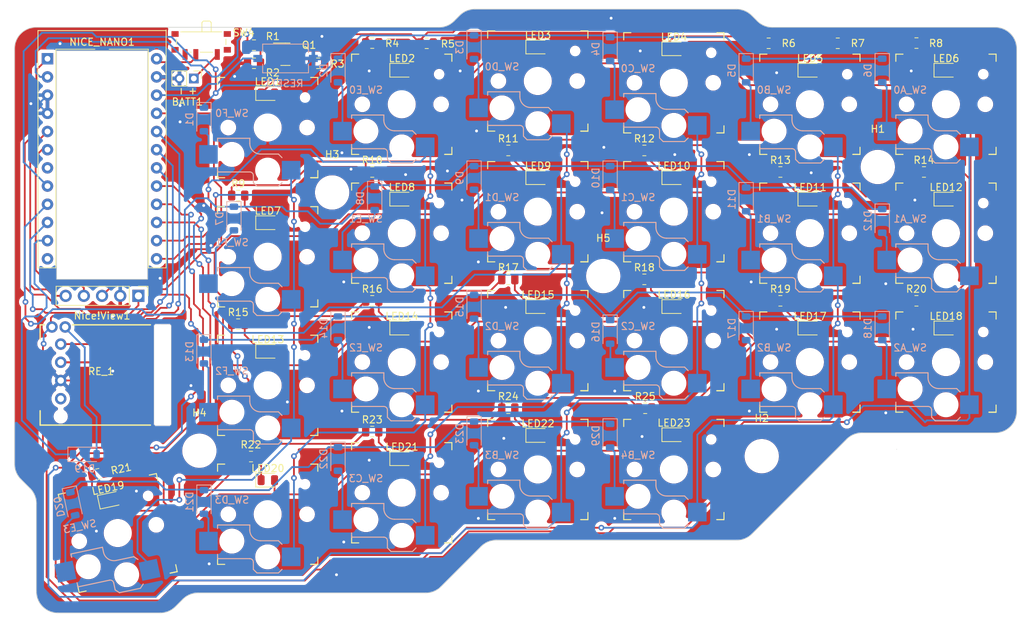
<source format=kicad_pcb>
(kicad_pcb (version 20221018) (generator pcbnew)
  (layers (0 "F.Cu" signal) (31 "B.Cu" signal) (34 "B.Paste" user) (35 "F.Paste" user) (36 "B.SilkS" user "B.Silkscreen") (37 "F.SilkS" user "F.Silkscreen") (38 "B.Mask" user) (39 "F.Mask" user) (44 "Edge.Cuts" user))
  (net 0 "")
  (net 1 "row0")
  (net 2 "Net-(D1-A)")
  (net 3 "Net-(D2-A)")
  (net 4 "Net-(D3-A)")
  (net 5 "Net-(D4-A)")
  (net 6 "Net-(D5-A)")
  (net 7 "Net-(D6-A)")
  (net 8 "row1")
  (net 9 "Net-(D7-A)")
  (net 10 "Net-(D8-A)")
  (net 11 "Net-(D9-A)")
  (net 12 "Net-(D10-A)")
  (net 13 "Net-(D11-A)")
  (net 14 "Net-(D12-A)")
  (net 15 "row2")
  (net 16 "Net-(D13-A)")
  (net 17 "Net-(D14-A)")
  (net 18 "Net-(D15-A)")
  (net 19 "Net-(D16-A)")
  (net 20 "Net-(D17-A)")
  (net 21 "Net-(D18-A)")
  (net 22 "CS")
  (net 23 "GND")
  (net 24 "VCC")
  (net 25 "SCK")
  (net 26 "MOSI")
  (net 27 "ENC_B")
  (net 28 "ENC_A")
  (net 29 "col0")
  (net 30 "col1")
  (net 31 "col2")
  (net 32 "col3")
  (net 33 "col4")
  (net 34 "Net-(LED1-K)")
  (net 35 "RST")
  (net 36 "row4")
  (net 37 "Net-(D19-A)")
  (net 38 "Net-(D20-A)")
  (net 39 "Net-(D21-A)")
  (net 40 "Net-(D22-A)")
  (net 41 "Net-(D23-A)")
  (net 42 "Net-(LED2-K)")
  (net 43 "col5")
  (net 44 "row3")
  (net 45 "Net-(LED3-K)")
  (net 46 "Net-(LED4-K)")
  (net 47 "Net-(LED5-K)")
  (net 48 "Net-(LED6-K)")
  (net 49 "Net-(LED7-K)")
  (net 50 "Net-(LED8-K)")
  (net 51 "Net-(LED9-K)")
  (net 52 "Net-(LED10-K)")
  (net 53 "Net-(LED11-K)")
  (net 54 "Net-(LED12-K)")
  (net 55 "Net-(LED13-K)")
  (net 56 "Net-(LED14-K)")
  (net 57 "Net-(LED15-K)")
  (net 58 "Net-(LED16-K)")
  (net 59 "Net-(LED17-K)")
  (net 60 "Net-(LED18-K)")
  (net 61 "Net-(LED19-K)")
  (net 62 "Net-(LED20-K)")
  (net 63 "Net-(LED21-K)")
  (net 64 "Net-(Q1-G)")
  (net 65 "BL_GND")
  (net 66 "BL_CTRL")
  (net 67 "Net-(LED22-K)")
  (net 68 "Net-(BATT1-+)")
  (net 69 "VBATT")
  (net 71 "Net-(D29-A)")
  (net 72 "Net-(LED23-K)")
  (footprint "RolioSymbols:Kailh_socket_PG1350" (layer "F.Cu") (at 159.82 46.53)
    (fp_text reference "SW_B0")
    (fp_text value "SW_Push")
  )
  (footprint "Resistor_SMD:R_0805_2012Metric" (layer "F.Cu") (at 174.7 37.98)
    (fp_text reference "R8")
    (fp_text value "680")
  )
  (footprint "RolioSymbols:Kailh_socket_PG1350" (layer "F.Cu") (at 121.82 97.53)
    (fp_text reference "SW_B3")
    (fp_text value "SW_Push")
  )
  (footprint "RolioSymbols:Kailh_socket_PG1350" (layer "F.Cu") (at 140.82 97.53)
    (fp_text reference "SW_B4")
    (fp_text value "SW_Push")
  )
  (footprint "MountingHole:MountingHole_4.3mm_M4" (layer "F.Cu") (at 153.0955 95.672)
    (fp_text reference "H2")
    (fp_text value "MountingHole")
  )
  (footprint "RolioSymbols:Kailh_socket_PG1350" (layer "F.Cu") (at 140.82 61.53)
    (fp_text reference "SW_C1")
    (fp_text value "SW_Push")
  )
  (footprint "LED_SMD:LED_0805_2012Metric" (layer "F.Cu") (at 121.84 38.525)
    (fp_text reference "LED3")
    (fp_text value "LED")
  )
  (footprint "RolioSymbols:Kailh_socket_PG1350" (layer "F.Cu") (at 159.82 64.53)
    (fp_text reference "SW_B1")
    (fp_text value "SW_Push")
  )
  (footprint "Resistor_SMD:R_0805_2012Metric" (layer "F.Cu") (at 136.7 52.98)
    (fp_text reference "R12")
    (fp_text value "680")
  )
  (footprint "LED_SMD:LED_0805_2012Metric" (layer "F.Cu") (at 121.84 74.775)
    (fp_text reference "LED15")
    (fp_text value "LED")
  )
  (footprint "Resistor_SMD:R_0805_2012Metric" (layer "F.Cu") (at 98.7 55.98)
    (fp_text reference "R10")
    (fp_text value "680")
  )
  (footprint "Connector_PinHeader_2.54mm:PinHeader_1x05_P2.54mm_Vertical" (layer "F.Cu") (at 66.0475 73.28 -90)
    (fp_text reference "Nice!View1")
    (fp_text value "~")
  )
  (footprint "LED_SMD:LED_0805_2012Metric" (layer "F.Cu") (at 140.84 38.775)
    (fp_text reference "LED4")
    (fp_text value "LED")
  )
  (footprint "LED_SMD:LED_0805_2012Metric" (layer "F.Cu") (at 84.12 45.025)
    (fp_text reference "LED1")
    (fp_text value "LED")
  )
  (footprint "Resistor_SMD:R_0805_2012Metric" (layer "F.Cu") (at 82.1865 40.808)
    (fp_text reference "R2")
    (fp_text value "10k")
  )
  (footprint "Resistor_SMD:R_0805_2012Metric" (layer "F.Cu") (at 60.45944 98.147719 -168)
    (fp_text reference "R21")
    (fp_text value "680")
  )
  (footprint "RolioSymbols:Kailh_socket_PG1350" (layer "F.Cu") (at 84.1 49.78)
    (fp_text reference "SW_F0")
    (fp_text value "SW_Push")
  )
  (footprint "RolioSymbols:EVQWGD001" (layer "F.Cu") (at 60.8225 83.83)
    (fp_text reference "RE_1")
    (fp_text value "RotaryEncoder_Switch")
    (fp_line (start 7.4 -6.3) (end 7.4 7.3) (stroke (width 0.05)) (layer "Edge.Cuts"))
    (fp_line (start 7.7 7.6) (end 9.5 7.6) (stroke (width 0.05)) (layer "Edge.Cuts"))
    (fp_line (start 9.5 -6.6) (end 7.7 -6.6) (stroke (width 0.05)) (layer "Edge.Cuts"))
    (fp_line (start 9.8 7.3) (end 9.8 -6.3) (stroke (width 0.05)) (layer "Edge.Cuts"))
    (fp_arc (start 7.4 -6.3) (mid 7.487868 -6.512132) (end 7.7 -6.6) (stroke (width 0.05)) (layer "Edge.Cuts"))
    (fp_arc (start 7.7 7.6) (mid 7.487868 7.512132) (end 7.4 7.3) (stroke (width 0.05)) (layer "Edge.Cuts"))
    (fp_arc (start 9.5 -6.6) (mid 9.712132 -6.512132) (end 9.8 -6.3) (stroke (width 0.05)) (layer "Edge.Cuts"))
    (fp_arc (start 9.8 7.3) (mid 9.712132 7.512132) (end 9.5 7.6) (stroke (width 0.05)) (layer "Edge.Cuts"))
  )
  (footprint "LED_SMD:LED_0805_2012Metric" (layer "F.Cu") (at 84.12 81.025)
    (fp_text reference "LED13")
    (fp_text value "LED")
  )
  (footprint "Resistor_SMD:R_0805_2012Metric" (layer "F.Cu") (at 136.7 70.98)
    (fp_text reference "R18")
    (fp_text value "680")
  )
  (footprint "Resistor_SMD:R_0805_2012Metric" (layer "F.Cu") (at 155.7 73.98)
    (fp_text reference "R19")
    (fp_text value "680")
  )
  (footprint "Resistor_SMD:R_0805_2012Metric" (layer "F.Cu") (at 175.7495 55.98)
    (fp_text reference "R14")
    (fp_text value "680")
  )
  (footprint "Resistor_SMD:R_0805_2012Metric" (layer "F.Cu") (at 117.7 88.98)
    (fp_text reference "R24")
    (fp_text value "680")
  )
  (footprint "Resistor_SMD:R_0805_2012Metric" (layer "F.Cu") (at 82.1865 38.268)
    (fp_text reference "R1")
    (fp_text value "470")
  )
  (footprint "LED_SMD:LED_0805_2012Metric" (layer "F.Cu") (at 140.84 92.675)
    (fp_text reference "LED23")
    (fp_text value "LED")
  )
  (footprint "RolioSymbols:Kailh_socket_PG1350" (layer "F.Cu") (at 178.82 82.53)
    (fp_text reference "SW_A2")
    (fp_text value "SW_Push")
  )
  (footprint "LED_SMD:LED_0805_2012Metric" (layer "F.Cu") (at 140.84 56.775)
    (fp_text reference "LED10")
    (fp_text value "LED")
  )
  (footprint "Button_Switch_SMD:SW_SPDT_PCM12" (layer "F.Cu") (at 74.814 38.142 180)
    (fp_text reference "SW4")
    (fp_text value "SW_DIP_x01")
  )
  (footprint "Resistor_SMD:R_0805_2012Metric" (layer "F.Cu") (at 174.7 73.98)
    (fp_text reference "R20")
    (fp_text value "680")
  )
  (footprint "RolioSymbols:Kailh_socket_PG1350" (layer "F.Cu") (at 121.82 61.53)
    (fp_text reference "SW_D1")
    (fp_text value "SW_Push")
  )
  (footprint "LED_SMD:LED_0805_2012Metric" (layer "F.Cu") (at 159.84 77.775)
    (fp_text reference "LED17")
    (fp_text value "LED")
  )
  (footprint "Resistor_SMD:R_0805_2012Metric" (layer "F.Cu") (at 154.062 38.014 180)
    (fp_text reference "R6")
    (fp_text value "680")
  )
  (footprint "MountingHole:MountingHole_4.3mm_M4" (layer "F.Cu") (at 74.56 94.91)
    (fp_text reference "H4")
    (fp_text value "MountingHole")
  )
  (footprint "LED_SMD:LED_0805_2012Metric" (layer "F.Cu") (at 84.12 99.025)
    (fp_text reference "LED20")
    (fp_text value "LED")
  )
  (footprint "Resistor_SMD:R_0805_2012Metric" (layer "F.Cu") (at 98.7 37.98)
    (fp_text reference "R4")
    (fp_text value "680")
  )
  (footprint "RolioSymbols:Kailh_socket_PG1350" (layer "F.Cu") (at 102.82 82.53)
    (fp_text reference "SW_E2")
    (fp_text value "SW_Push")
  )
  (footprint "LED_SMD:LED_0805_2012Metric" (layer "F.Cu") (at 178.84 77.775)
    (fp_text reference "LED18")
    (fp_text value "LED")
  )
  (footprint "RolioSymbols:Kailh_socket_PG1350" (layer "F.Cu") (at 121.82 79.53)
    (fp_text reference "SW_D2")
    (fp_text value "SW_Push")
  )
  (footprint "MountingHole:MountingHole_4.3mm_M4" (layer "F.Cu") (at 93.102 58.842)
    (fp_text reference "H3")
    (fp_text value "MountingHole")
  )
  (footprint "RolioSymbols:Kailh_socket_PG1350" (layer "F.Cu") (at 102.82 46.53)
    (fp_text reference "SW_E0")
    (fp_text value "SW_Push")
  )
  (footprint "LED_SMD:LED_0805_2012Metric" (layer "F.Cu") (at 102.84 59.775)
    (fp_text reference "LED8")
    (fp_text value "LED")
  )
  (footprint "LED_SMD:LED_0805_2012Metric" (layer "F.Cu") (at 159.84 41.775)
    (fp_text reference "LED5")
    (fp_text value "LED")
  )
  (footprint "Resistor_SMD:R_0805_2012Metric" (layer "F.Cu") (at 117.7 52.98)
    (fp_text reference "R11")
    (fp_text value "680")
  )
  (footprint "MountingHole:MountingHole_4.3mm_M4" (layer "F.Cu") (at 169.302 55.286)
    (fp_text reference "H1")
    (fp_text value "MountingHole")
  )
  (footprint "RolioSymbols:Nice Nano" (layer "F.Cu") (at 53.3475 40.17)
    (fp_text reference "NICE_NANO1")
    (fp_text value "nice_nano")
  )
  (footprint "LED_SMD:LED_0805_2012Metric" (layer "F.Cu") (at 102.84 96.025)
    (fp_text reference "LED21")
    (fp_text value "LED")
  )
  (footprint "Resistor_SMD:R_0805_2012Metric" (layer "F.Cu") (at 79.98 77.23)
    (fp_text reference "R15")
    (fp_text value "680")
  )
  (footprint "Resistor_SMD:R_0805_2012Metric" (layer "F.Cu") (at 81.7695 95.72)
    (fp_text reference "R22")
    (fp_text value "680")
  )
  (footprint "RolioSymbols:Kailh_socket_PG1350" (layer "F.Cu") (at 178.82 64.53)
    (fp_text reference "SW_A1")
    (fp_text value "SW_Push")
  )
  (footprint "Resistor_SMD:R_0805_2012Metric" (layer "F.Cu") (at 163.714 38.014 180)
    (fp_text reference "R7")
    (fp_text value "680")
  )
  (footprint "RolioSymbols:Kailh_socket_PG1350" (layer "F.Cu") (at 178.82 46.53)
    (fp_text reference "SW_A0")
    (fp_text value "SW_Push")
  )
  (footprint "Resistor_SMD:R_0805_2012Metric" (layer "F.Cu") (at 136.82 88.98)
    (fp_text reference "R25")
    (fp_text value "680")
  )
  (footprint "MountingHole:MountingHole_4.3mm_M4" (layer "F.Cu") (at 130.962 70.526)
    (fp_text reference "H5")
    (fp_text value "MountingHole")
  )
  (footprint "LED_SMD:LED_0805_2012Metric" (layer "F.Cu") (at 159.84 59.775)
    (fp_text reference "LED11")
    (fp_text value "LED")
  )
  (footprint "RolioSymbols:Kailh_socket_PG1350" (layer "F.Cu") (at 84.1 85.78)
    (fp_text reference "SW_F2")
    (fp_text value "SW_Push")
  )
  (footprint "RolioSymbols:Kailh_socket_PG1350" (layer "F.Cu") (at 121.82 43.28)
    (fp_text reference "SW_D0")
    (fp_text value "SW_Push")
  )
  (footprint "Package_TO_SOT_SMD:SOT-23" (layer "F.Cu") (at 86.5765 39.538)
    (fp_text reference "Q1")
    (fp_text value "AO3400A")
  )
  (footprint "Resistor_SMD:R_0805_2012Metric" (layer "F.Cu") (at 98.7 92.23)
    (fp_text reference "R23")
    (fp_text value "680")
  )
  (footprint "RolioSymbols:Kailh_socket_PG1350" (layer "F.Cu") (at 63.16038 106.404475 12)
    (fp_text reference "SW_E3")
    (fp_text value "SW_Push")
  )
  (footprint "LED_SMD:LED_0805_2012Metric" (layer "F.Cu") (at 84.12 63.07)
    (fp_text reference "LED7")
    (fp_text value "LED")
  )
  (footprint "Resistor_SMD:R_0805_2012Metric" (layer "F.Cu") (at 106.31 38.014)
    (fp_text reference "R5")
    (fp_text value "680")
  )
  (footprint "RolioSymbols:Kailh_socket_PG1350" (layer "F.Cu") (at 84.1 67.825)
    (fp_text reference "SW_F1")
    (fp_text value "SW_Push")
  )
  (footprint "Resistor_SMD:R_0805_2012Metric" (layer "F.Cu") (at 117.7 70.98)
    (fp_text reference "R17")
    (fp_text value "680")
  )
  (footprint "RolioSymbols:Kailh_socket_PG1350" (layer "F.Cu") (at 140.82 79.53)
    (fp_text reference "SW_C2")
    (fp_text value "SW_Push")
  )
  (footprint "Connector_PinHeader_2.00mm:PinHeader_1x02_P2.00mm_Vertical" (layer "F.Cu") (at 73.782 42.926 -90)
    (fp_text reference "BATT1")
    (fp_text value "Battery_Cell")
  )
  (footprint "LED_SMD:LED_0805_2012Metric" (layer "F.Cu") (at 121.84 56.775)
    (fp_text reference "LED9")
    (fp_text value "LED")
  )
  (footprint "Resistor_SMD:R_0805_2012Metric" (layer "F.Cu") (at 98.7 73.98)
    (fp_text reference "R16")
    (fp_text value "680")
  )
  (footprint "LED_SMD:LED_0805_2012Metric" (layer "F.Cu") (at 102.84 77.775)
    (fp_text reference "LED14")
    (fp_text value "LED")
  )
  (footprint "RolioSymbols:Kailh_socket_PG1350" (layer "F.Cu") (at 102.82 64.53)
    (fp_text reference "SW_E1")
    (fp_text value "SW_Push")
  )
  (footprint "LED_SMD:LED_0805_2012Metric" (layer "F.Cu") (at 102.84 41.775)
    (fp_text reference "LED2")
    (fp_text value "LED")
  )
  (footprint "RolioSymbols:Kailh_socket_PG1350" (layer "F.Cu") (at 140.82 43.53)
    (fp_text reference "SW_C0")
    (fp_text value "SW_Push")
  )
  (footprint "LED_SMD:LED_0805_2012Metric" (layer "F.Cu") (at 140.84 74.775)
    (fp_text reference "LED16")
    (fp_text value "LED")
  )
  (footprint "LED_SMD:LED_0805_2012Metric" (layer "F.Cu") (at 121.84 92.775)
    (fp_text reference "LED22")
    (fp_text value "LED")
  )
  (footprint "Resistor_SMD:R_0805_2012Metric" (layer "F.Cu") (at 79.98 59.275)
    (fp_text reference "R9")
    (fp_text value "680")
  )
  (footprint "RolioSymbols:Kailh_socket_PG1350" (layer "F.Cu") (at 102.82 100.78)
    (fp_text reference "SW_C3")
    (fp_text value "SW_Push")
  )
  (footprint "Resistor_SMD:R_0805_2012Metric" (layer "F.Cu") (at 91.1485 40.808 180)
    (fp_text reference "R3")
    (fp_text value "680")
  )
  (footprint "RolioSymbols:Kailh_socket_PG1350" (layer "F.Cu") (at 159.82 82.53)
    (fp_text reference "SW_B2")
    (fp_text value "SW_Push")
  )
  (footprint "RolioSymbols:Kailh_socket_PG1350" (layer "F.Cu") (at 84.1 103.78)
    (fp_text reference "SW_D3")
    (fp_text value "SW_Push")
  )
  (footprint "LED_SMD:LED_0805_2012Metric" (layer "F.Cu") (at 178.84 41.775)
    (fp_text reference "LED6")
    (fp_text value "LED")
  )
  (footprint "Resistor_SMD:R_0805_2012Metric" (layer "F.Cu") (at 155.7 55.98)
    (fp_text reference "R13")
    (fp_text value "680")
  )
  (footprint "LED_SMD:LED_0805_2012Metric" (layer "F.Cu") (at 62.158544 101.756192 12)
    (fp_text reference "LED19")
    (fp_text value "LED")
  )
  (footprint "LED_SMD:LED_0805_2012Metric" (layer "F.Cu") (at 178.84 59.775)
    (fp_text reference "LED12")
    (fp_text value "LED")
  )
  (footprint "Diode_SMD:D_SOD-123" (layer "B.Cu") (at 150.92 77.8125 -90)
    (fp_text reference "D17")
    (fp_text value "1N4148W")
  )
  (footprint "Diode_SMD:D_SOD-123" (layer "B.Cu") (at 131.92 56.8125 -90)
    (fp_text reference "D10")
    (fp_text value "1N4148W")
  )
  (footprint "Diode_SMD:D_SOD-123" (layer "B.Cu") (at 75.2 81.0625 -90)
    (fp_text reference "D13")
    (fp_text value "1N4148W" hide)
  )
  (footprint "Diode_SMD:D_SOD-123" (layer "B.Cu") (at 75.2 48.64 -90)
    (fp_text reference "D1")
    (fp_text value "1N4148W" hide)
  )
  (footprint "Diode_SMD:D_SOD-123" (layer "B.Cu") (at 169.92 62.8125 -90)
    (fp_text reference "D12")
    (fp_text value "1N4148W")
  )
  (footprint "Diode_SMD:D_SOD-123" (layer "B.Cu") (at 93.92 77.8125 -90)
    (fp_text reference "D14")
    (fp_text value "1N4148W")
  )
  (footprint "Diode_SMD:D_SOD-123" (layer "B.Cu") (at 112.92 74.8125 -90)
    (fp_text reference "D15")
    (fp_text value "1N4148W")
  )
  (footprint "Diode_SMD:D_SOD-123" (layer "B.Cu") (at 112.92 38.5625 -90)
    (fp_text reference "D3")
    (fp_text value "1N4148W")
  )
  (footprint "Diode_SMD:D_SOD-123" (layer "B.Cu") (at 93.92 96.0625 -90)
    (fp_text reference "D22")
    (fp_text value "1N4148W")
  )
  (footprint "Diode_SMD:D_SOD-123" (layer "B.Cu") (at 112.92 92.4925 -90)
    (fp_text reference "D23")
    (fp_text value "1N4148W")
  )
  (footprint "Diode_SMD:D_SOD-123" (layer "B.Cu") (at 150.92 59.8125 -90)
    (fp_text reference "D11")
    (fp_text value "1N4148W")
  )
  (footprint "Diode_SMD:D_SOD-123" (layer "B.Cu") (at 79.386 62.484 -90)
    (fp_text reference "D7")
    (fp_text value "1N4148W" hide)
  )
  (footprint "Diode_SMD:D_SOD-123" (layer "B.Cu") (at 56.8775 102.324 -78)
    (fp_text reference "D20")
    (fp_text value "1N4148W")
  )
  (footprint "Diode_SMD:D_SOD-123" (layer "B.Cu") (at 131.92 92.8125 -90)
    (fp_text reference "D29")
    (fp_text value "1N4148W")
  )
  (footprint "Diode_SMD:D_SOD-123" (layer "B.Cu") (at 131.92 38.8125 -90)
    (fp_text reference "D4")
    (fp_text value "1N4148W")
  )
  (footprint "Button_Switch_SMD:SW_Tactile_SPST_NO_Straight_CK_PTS636Sx25SMTRLFS" (layer "B.Cu") (at 86.6 40.13 180)
    (fp_text reference "RESET1")
    (fp_text value "Reset")
  )
  (footprint "Diode_SMD:D_SOD-123" (layer "B.Cu") (at 93.92 41.8125 -90)
    (fp_text reference "D2")
    (fp_text value "1N4148W")
  )
  (footprint "Diode_SMD:D_SOD-123" (layer "B.Cu") (at 99.0415 59.652 -90)
    (fp_text reference "D8")
    (fp_text value "1N4148W")
  )
  (footprint "Diode_SMD:D_SOD-123" (layer "B.Cu") (at 169.92 77.8125 -90)
    (fp_text reference "D18")
    (fp_text value "1N4148W")
  )
  (footprint "Diode_SMD:D_SOD-123" (layer "B.Cu") (at 150.92 41.8125 -90)
    (fp_text reference "D5")
    (fp_text value "1N4148W")
  )
  (footprint "Diode_SMD:D_SOD-123" (layer "B.Cu") (at 169.92 41.8125 -90)
    (fp_text reference "D6")
    (fp_text value "1N4148W")
  )
  (footprint "Diode_SMD:D_SOD-123" (layer "B.Cu") (at 112.92 56.8125 -90)
    (fp_text reference "D9")
    (fp_text value "1N4148W")
  )
  (footprint "Diode_SMD:D_SOD-123" (layer "B.Cu") (at 58.558 95.418)
    (fp_text reference "D19")
    (fp_text value "1N4148W")
  )
  (footprint "Diode_SMD:D_SOD-123" (layer "B.Cu") (at 75.2 102.0625 -90)
    (fp_text reference "D21")
    (fp_text value "1N4148W")
  )
  (footprint "Diode_SMD:D_SOD-123" (layer "B.Cu") (at 131.92 78.3125 -90)
    (fp_text reference "D16")
    (fp_text value "1N4148W")
  )
  (gr_line (start 185.7035 92.418) (end 167.086141 92.418) (stroke (width 0.1)) (layer "Edge.Cuts"))
  (gr_line (start 110.12818 34.89732) (end 110.910821 34.114679) (stroke (width 0.1)) (layer "Edge.Cuts"))
  (gr_arc (start 185.7035 35.776) (mid 187.82482 36.65468) (end 188.7035 38.776) (stroke (width 0.1)) (layer "Edge.Cuts"))
  (gr_line (start 113.91082 108.28268) (end 108.302179 113.891321) (stroke (width 0.1)) (layer "Edge.Cuts"))
  (gr_arc (start 149.566859 33.236) (mid 150.71491 33.464362) (end 151.68818 34.11468) (stroke (width 0.1)) (layer "Edge.Cuts"))
  (gr_line (start 151.68818 34.11468) (end 152.470821 34.897321) (stroke (width 0.1)) (layer "Edge.Cuts"))
  (gr_line (start 106.180859 114.77) (end 74.376141 114.77) (stroke (width 0.1)) (layer "Edge.Cuts"))
  (gr_line (start 171.9395 94.704) (end 171.9395 94.704) (stroke (width 0.1)) (layer "Edge.Cuts"))
  (gr_arc (start 110.910821 34.114679) (mid 111.884091 33.464361) (end 113.032141 33.236) (stroke (width 0.1)) (layer "Edge.Cuts"))
  (gr_line (start 72.25482 115.64868) (end 71.218179 116.685321) (stroke (width 0.1)) (layer "Edge.Cuts"))
  (gr_arc (start 110.12818 34.89732) (mid 109.154907 35.547625) (end 108.006859 35.776) (stroke (width 0.1)) (layer "Edge.Cuts"))
  (gr_arc (start 48.7495 38.776) (mid 49.62818 36.65468) (end 51.7495 35.776) (stroke (width 0.1)) (layer "Edge.Cuts"))
  (gr_arc (start 108.302179 113.891321) (mid 107.328909 114.541639) (end 106.180859 114.77) (stroke (width 0.1)) (layer "Edge.Cuts"))
  (gr_line (start 113.032141 33.236) (end 149.566859 33.236) (stroke (width 0.1)) (layer "Edge.Cuts"))
  (gr_arc (start 50.91882 100.17532) (mid 51.569125 101.148593) (end 51.7975 102.296641) (stroke (width 0.1)) (layer "Edge.Cuts"))
  (gr_arc (start 54.7975 117.564) (mid 52.67618 116.68532) (end 51.7975 114.564) (stroke (width 0.1)) (layer "Edge.Cuts"))
  (gr_arc (start 164.96482 93.29668) (mid 165.938093 92.646375) (end 167.086141 92.418) (stroke (width 0.1)) (layer "Edge.Cuts"))
  (gr_line (start 188.7035 38.776) (end 188.7035 89.418) (stroke (width 0.1)) (layer "Edge.Cuts"))
  (gr_line (start 48.7495 96.763359) (end 48.7495 38.776) (stroke (width 0.1)) (layer "Edge.Cuts"))
  (gr_arc (start 113.91082 108.28268) (mid 114.884093 107.632375) (end 116.032141 107.404) (stroke (width 0.1)) (layer "Edge.Cuts"))
  (gr_arc (start 71.218179 116.685321) (mid 70.244909 117.335639) (end 69.096859 117.564) (stroke (width 0.1)) (layer "Edge.Cuts"))
  (gr_rect (start 54.6225 39.055) (end 67.3225 70.965) (stroke (width 0.1)) (fill none) (layer "Edge.Cuts"))
  (gr_line (start 51.7495 35.776) (end 108.006859 35.776) (stroke (width 0.1)) (layer "Edge.Cuts"))
  (gr_line (start 51.7975 114.564) (end 51.7975 102.296641) (stroke (width 0.1)) (layer "Edge.Cuts"))
  (gr_line (start 164.96482 93.29668) (end 151.736179 106.525321) (stroke (width 0.1)) (layer "Edge.Cuts"))
  (gr_arc (start 188.7035 89.418) (mid 187.82482 91.53932) (end 185.7035 92.418) (stroke (width 0.1)) (layer "Edge.Cuts"))
  (gr_arc (start 154.592141 35.776) (mid 153.444091 35.547639) (end 152.470821 34.897321) (stroke (width 0.1)) (layer "Edge.Cuts"))
  (gr_arc (start 151.736179 106.525321) (mid 150.762909 107.175639) (end 149.614859 107.404) (stroke (width 0.1)) (layer "Edge.Cuts"))
  (gr_arc (start 49.628179 98.884679) (mid 48.977861 97.911409) (end 48.7495 96.763359) (stroke (width 0.1)) (layer "Edge.Cuts"))
  (gr_line (start 50.91882 100.17532) (end 49.628179 98.884679) (stroke (width 0.1)) (layer "Edge.Cuts"))
  (gr_line (start 154.592141 35.776) (end 185.7035 35.776) (stroke (width 0.1)) (layer "Edge.Cuts"))
  (gr_line (start 69.096859 117.564) (end 54.7975 117.564) (stroke (width 0.1)) (layer "Edge.Cuts"))
  (gr_arc (start 72.25482 115.64868) (mid 73.228093 114.998375) (end 74.376141 114.77) (stroke (width 0.1)) (layer "Edge.Cuts"))
  (gr_line (start 149.614859 107.404) (end 116.032141 107.404) (stroke (width 0.1)) (layer "Edge.Cuts"))
  (gr_text "-\n+" (at 74.1495 45.428 90) (layer "F.SilkS") (effects (font (size 1 1)) (justify left bottom)))
  (segment (start 76.846 44.958) (end 76.846 41.656) (width 0.25) (layer "F.Cu") (net 1))
  (via (at 76.846 44.958) (size 0.8) (drill 0.4) (layers "F.Cu" "B.Cu") (net 1))
  (via (at 76.846 41.656) (size 0.8) (drill 0.4) (layers "F.Cu" "B.Cu") (net 1))
  (segment (start 75.576 40.386) (end 76.846 41.656) (width 0.25) (layer "B.Cu") (net 1))
  (segment (start 70.66125 37.11375) (end 73.9335 40.386) (width 0.25) (layer "B.Cu") (net 1))
  (segment (start 52.5595 36.576) (end 52.5595 36.538) (width 0.25) (layer "B.Cu") (net 1))
  (segment (start 73.9335 40.386) (end 75.576 40.386) (width 0.25) (layer "B.Cu") (net 1))
  (segment (start 77.9 43.904) (end 90.1785 43.904) (width 0.25) (layer "B.Cu") (net 1))
  (segment (start 112.92 36.9125) (end 97.17 36.9125) (width 0.25) (layer "B.Cu") (net 1))
  (segment (start 150.92 39.952) (end 150.92 40.1625) (width 0.25) (layer "B.Cu") (net 1))
  (segment (start 50.0195 39.116) (end 52.5595 36.576) (width 0.25) (layer "B.Cu") (net 1))
  (segment (start 75.2 46.604) (end 76.846 44.958) (width 0.25) (layer "B.Cu") (net 1))
  (segment (start 169.92 40.1625) (end 150.92 40.1625) (width 0.25) (layer "B.Cu") (net 1))
  (segment (start 148.1305 37.1625) (end 150.92 39.952) (width 0.25) (layer "B.Cu") (net 1))
  (segment (start 75.2 46.99) (end 75.2 46.604) (width 0.25) (layer "B.Cu") (net 1))
  (segment (start 53.3475 57.95) (end 50.0195 54.622) (width 0.25) (layer "B.Cu") (net 1))
  (segment (start 112.92 36.9125) (end 131.67 36.9125) (width 0.25) (layer "B.Cu") (net 1))
  (segment (start 90.1785 43.904) (end 93.92 40.1625) (width 0.25) (layer "B.Cu") (net 1))
  (segment (start 97.17 36.9125) (end 93.92 40.1625) (width 0.25) (layer "B.Cu") (net 1))
  (segment (start 59.60375 36.538) (end 60.1795 37.11375) (width 0.25) (layer "B.Cu") (net 1))
  (segment (start 131.67 36.9125) (end 131.92 37.1625) (width 0.25) (layer "B.Cu") (net 1))
  (segment (start 50.0195 54.622) (end 50.0195 39.116) (width 0.25) (layer "B.Cu") (net 1))
  (segment (start 52.5595 36.538) (end 59.60375 36.538) (width 0.25) (layer "B.Cu") (net 1))
  (segment (start 60.1795 37.11375) (end 70.66125 37.11375) (width 0.25) (layer "B.Cu") (net 1))
  (segment (start 76.846 44.958) (end 77.9 43.904) (width 0.25) (layer "B.Cu") (net 1))
  (segment (start 131.92 37.1625) (end 148.1305 37.1625) (width 0.25) (layer "B.Cu") (net 1))
  (segment (start 75.825 50.915) (end 75.825 53.53) (width 0.25) (layer "B.Cu") (net 2))
  (segment (start 75.2 50.29) (end 75.825 50.915) (width 0.25) (layer "B.Cu") (net 2))
  (segment (start 93.92 43.4625) (end 94.545 44.0875) (width 0.25) (layer "B.Cu") (net 3))
  (segment (start 94.545 44.0875) (end 94.545 50.28) (width 0.25) (layer "B.Cu") (net 3))
  (segment (start 113.545 40.8375) (end 113.545 47.03) (width 0.25) (layer "B.Cu") (net 4))
  (segment (start 112.92 40.2125) (end 113.545 40.8375) (width 0.25) (layer "B.Cu") (net 4))
  (segment (start 131.92 40.4625) (end 132.545 41.0875) (width 0.25) (layer "B.Cu") (net 5))
  (segment (start 132.545 41.0875) (end 132.545 47.28) (width 0.25) (layer "B.Cu") (net 5))
  (segment (start 151.545 44.0875) (end 151.545 50.28) (width 0.25) (layer "B.Cu") (net 6))
  (segment (start 150.92 43.4625) (end 151.545 44.0875) (width 0.25) (layer "B.Cu") (net 6))
  (segment (start 169.92 43.4625) (end 170.545 44.0875) (width 0.25) (layer "B.Cu") (net 7))
  (segment (start 170.545 44.0875) (end 170.545 50.28) (width 0.25) (layer "B.Cu") (net 7))
  (segment (start 50.2735 76.416) (end 51.0355 77.178) (width 0.25) (layer "F.Cu") (net 8))
  (segment (start 50.2735 74.13) (end 50.2735 76.416) (width 0.25) (layer "F.Cu") (net 8))
  (via (at 51.0355 77.178) (size 0.8) (drill 0.4) (layers "F.Cu" "B.Cu") (net 8))
  (via (at 50.2735 74.13) (size 0.8) (drill 0.4) (layers "F.Cu" "B.Cu") (net 8))
  (segment (start 89.6815 61.468) (end 91.4215 63.208) (width 0.25) (layer "B.Cu") (net 8))
  (segment (start 91.4215 63.208) (end 94.4695 63.208) (width 0.25) (layer "B.Cu") (net 8))
  (segment (start 97.2635 58.636) (end 97.8975 58.002) (width 0.25) (layer "B.Cu") (net 8))
  (segment (start 50.2735 74.13) (end 50.176 74.0325) (width 0.25) (layer "B.Cu") (net 8))
  (segment (start 150.92 58.1625) (end 165.624 58.1625) (width 0.25) (layer "B.Cu") (net 8))
  (segment (start 94.4695 63.208) (end 97.2635 60.414) (width 0.25) (layer "B.Cu") (net 8))
  (segment (start 50.176 74.0325) (end 50.176 63.6615) (width 0.25) (layer "B.Cu") (net 8))
  (segment (start 79.386 60.834) (end 76.8555 60.834) (width 0.25) (layer "B.Cu") (net 8))
  (segment (start 86.752 61.468) (end 89.3895 61.468) (width 0.25) (layer "B.Cu") (net 8))
  (segment (start 75.6735 59.652) (end 74.1495 59.652) (width 0.25) (layer "B.Cu") (net 8))
  (segment (start 76.8555 60.834) (end 75.6735 59.652) (width 0.25) (layer "B.Cu") (net 8))
  (segment (start 131.92 55.1625) (end 148.3505 55.1625) (width 0.25) (layer "B.Cu") (net 8))
  (segment (start 54.0835 75.146) (end 52.0515 77.178) (width 0.25) (layer "B.Cu") (net 8))
  (segment (start 168.651 61.1625) (end 169.92 61.1625) (width 0.25) (layer "B.Cu") (net 8))
  (segment (start 79.386 60.834) (end 86.118 60.834) (width 0.25) (layer "B.Cu") (net 8))
  (segment (start 66.4915 75.146) (end 54.0835 75.146) (width 0.25) (layer "B.Cu") (net 8))
  (segment (start 165.624 58.1625) (end 168.6375 61.176) (width 0.25) (layer "B.Cu") (net 8))
  (segment (start 50.176 63.6615) (end 53.3475 60.49) (width 0.25) (layer "B.Cu") (net 8))
  (segment (start 86.118 60.834) (end 86.752 61.468) (width 0.25) (layer "B.Cu") (net 8))
  (segment (start 74.1495 59.652) (end 72.528 61.2735) (width 0.25) (layer "B.Cu") (net 8))
  (segment (start 97.2635 60.414) (end 97.2635 58.636) (width 0.25) (layer "B.Cu") (net 8))
  (segment (start 52.0515 77.178) (end 51.0355 77.178) (width 0.25) (layer "B.Cu") (net 8))
  (segment (start 72.147 75.908) (end 67.2535 75.908) (width 0.25) (layer "B.Cu") (net 8))
  (segment (start 150.92 57.732) (end 150.92 58.1625) (width 0.25) (layer "B.Cu") (net 8))
  (segment (start 112.2755 55.1625) (end 109.612 57.826) (width 0.25) (layer "B.Cu") (net 8))
  (segment (start 148.3505 55.1625) (end 150.92 57.732) (width 0.25) (layer "B.Cu") (net 8))
  (segment (start 97.8975 58.002) (end 99.0415 58.002) (width 0.25) (layer "B.Cu") (net 8))
  (segment (start 72.528 75.527) (end 72.147 75.908) (width 0.25) (layer "B.Cu") (net 8))
  (segment (start 72.528 61.2735) (end 72.528 75.527) (width 0.25) (layer "B.Cu") (net 8))
  (segment (start 109.612 57.826) (end 99.2175 57.826) (width 0.25) (layer "B.Cu") (net 8))
  (segment (start 89.3895 61.468) (end 89.6815 61.468) (width 0.25) (layer "B.Cu") (net 8))
  (segment (start 99.2175 57.826) (end 99.0415 58.002) (width 0.25) (layer "B.Cu") (net 8))
  (segment (start 131.92 55.1625) (end 112.92 55.1625) (width 0.25) (layer "B.Cu") (net 8))
  (segment (start 67.2535 75.908) (end 66.4915 75.146) (width 0.25) (layer "B.Cu") (net 8))
  (segment (start 112.92 55.1625) (end 112.2755 55.1625) (width 0.25) (layer "B.Cu") (net 8))
  (segment (start 168.6375 61.176) (end 168.651 61.1625) (width 0.25) (layer "B.Cu") (net 8))
  (segment (start 76.846 66.674) (end 76.846 70.554) (width 0.25) (layer "B.Cu") (net 9))
  (segment (start 79.386 64.134) (end 76.846 66.674) (width 0.25) (layer "B.Cu") (net 9))
  (segment (start 76.846 70.554) (end 75.825 71.575) (width 0.25) (layer "B.Cu") (net 9))
  (segment (start 94.545 68.28) (end 94.545 64.4025) (width 0.25) (layer "B.Cu") (net 10))
  (segment (start 99.0415 62.192) (end 99.0415 61.302) (width 0.25) (layer "B.Cu") (net 10))
  (segment (start 98.7875 62.446) (end 99.0415 62.192) (width 0.25) (layer "B.Cu") (net 10))
  (segment (start 94.545 64.4025) (end 96.5015 62.446) (width 0.25) (layer "B.Cu") (net 10))
  (segment (start 96.5015 62.446) (end 98.7875 62.446) (width 0.25) (layer "B.Cu") (net 10))
  (segment (start 112.92 58.4625) (end 113.545 59.0875) (width 0.25) (layer "B.Cu") (net 11))
  (segment (start 113.545 59.0875) (end 113.545 65.28) (width 0.25) (layer "B.Cu") (net 11))
  (segment (start 131.92 58.4625) (end 132.545 59.0875) (width 0.25) (layer "B.Cu") (net 12))
  (segment (start 132.545 59.0875) (end 132.545 65.28) (width 0.25) (layer "B.Cu") (net 12))
  (segment (start 151.545 62.0875) (end 151.545 68.28) (width 0.25) (layer "B.Cu") (net 13))
  (segment (start 150.92 61.4625) (end 151.545 62.0875) (width 0.25) (layer "B.Cu") (net 13))
  (segment (start 170.545 65.0875) (end 170.545 68.28) (width 0.25) (layer "B.Cu") (net 14))
  (segment (start 169.92 64.4625) (end 170.545 65.0875) (width 0.25) (layer "B.Cu") (net 14))
  (segment (start 52.5595 75.146) (end 53.0675 75.654) (width 0.25) (layer "F.Cu") (net 15))
  (segment (start 72.6255 73.114) (end 68.3075 73.114) (width 0.25) (layer "F.Cu") (net 15))
  (segment (start 63.4815 78.194) (end 59.7605 78.194) (width 0.25) (layer "F.Cu") (net 15))
  (segment (start 68.0535 74.638) (end 67.5455 75.146) (width 0.25) (layer "F.Cu") (net 15))
  (segment (start 73.1335 73.622) (end 72.6255 73.114) (width 0.25) (layer "F.Cu") (net 15))
  (segment (start 51.2895 75.146) (end 52.5595 75.146) (width 0.25) (layer "F.Cu") (net 15))
  (segment (start 57.2205 75.654) (end 59.7605 78.194) (width 0.25) (layer "F.Cu") (net 15))
  (segment (start 68.3075 73.114) (end 68.0535 73.368) (width 0.25) (layer "F.Cu") (net 15))
  (segment (start 73.1335 74.892) (end 73.1335 73.622) (width 0.25) (layer "F.Cu") (net 15))
  (segment (start 68.0535 73.368) (end 68.0535 74.638) (width 0.25) (layer "F.Cu") (net 15))
  (segment (start 67.5455 75.146) (end 66.5295 75.146) (width 0.25) (layer "F.Cu") (net 15))
  (segment (start 53.0675 75.654) (end 57.2205 75.654) (width 0.25) (layer "F.Cu") (net 15))
  (segment (start 66.5295 75.146) (end 63.4815 78.194) (width 0.25) (layer "F.Cu") (net 15))
  (segment (start 73.3875 77.178) (end 73.3875 75.146) (width 0.25) (layer "F.Cu") (net 15))
  (segment (start 73.3875 75.146) (end 73.1335 74.892) (width 0.25) (layer "F.Cu") (net 15))
  (via (at 73.3875 77.178) (size 0.8) (drill 0.4) (layers "F.Cu" "B.Cu") (net 15))
  (via (at 51.2895 75.146) (size 0.8) (drill 0.4) (layers "F.Cu" "B.Cu") (net 15))
  (segment (start 128.42 73.1625) (end 131.92 76.6625) (width 0.25) (layer "B.Cu") (net 15))
  (segment (start 150.92 76.1625) (end 169.92 76.1625) (width 0.25) (layer "B.Cu") (net 15))
  (segment (start 75.2 79.4125) (end 75.2 78.9905) (width 0.25) (layer "B.Cu") (net 15))
  (segment (start 50.938 65.4395) (end 50.938 72.7625) (width 0.25) (layer "B.Cu") (net 15))
  (segment (start 147.5695 72.812) (end 150.92 76.1625) (width 0.25) (layer "B.Cu") (net 15))
  (segment (start 131.92 76.6625) (end 135.7705 72.812) (width 0.25) (layer "B.Cu") (net 15))
  (segment (start 51.2895 73.114) (end 51.2895 75.146) (width 0.25) (layer "B.Cu") (net 15))
  (segment (start 93.92 76.1625) (end 109.0555 76.1625) (width 0.25) (layer "B.Cu") (net 15))
  (segment (start 112.92 73.1625) (end 128.42 73.1625) (width 0.25) (layer "B.Cu") (net 15))
  (segment (start 93.92 76.1625) (end 93.5615 76.1625) (width 0.25) (layer "B.Cu") (net 15))
  (segment (start 90.308 79.416) (end 75.2035 79.416) (width 0.25) (layer "B.Cu") (net 15))
  (segment (start 75.2035 79.416) (end 75.2 79.4125) (width 0.25) (layer "B.Cu") (net 15))
  (segment (start 112.0555 73.1625) (end 112.92 73.1625) (width 0.25) (layer "B.Cu") (net 15))
  (segment (start 109.0555 76.1625) (end 112.0555 73.1625) (width 0.25) (layer "B.Cu") (net 15))
  (segment (start 93.5615 76.1625) (end 90.308 79.416) (width 0.25) (layer "B.Cu") (net 15))
  (segment (start 50.938 72.7625) (end 51.2895 73.114) (width 0.25) (layer "B.Cu") (net 15))
  (segment (start 135.7705 72.812) (end 147.5695 72.812) (width 0.25) (layer "B.Cu") (net 15))
  (segment (start 75.2 78.9905) (end 73.3875 77.178) (width 0.25) (layer "B.Cu") (net 15))
  (segment (start 53.3475 63.03) (end 50.938 65.4395) (width 0.25) (layer "B.Cu") (net 15))
  (segment (start 75.825 83.3375) (end 75.825 89.53) (width 0.25) (layer "B.Cu") (net 16))
  (segment (start 75.2 82.7125) (end 75.825 83.3375) (width 0.25) (layer "B.Cu") (net 16))
  (segment (start 93.92 79.4625) (end 94.545 80.0875) (width 0.25) (layer "B.Cu") (net 17))
  (segment (start 94.545 80.0875) (end 94.545 86.28) (width 0.25) (layer "B.Cu") (net 17))
  (segment (start 113.545 77.0875) (end 113.545 83.28) (width 0.25) (layer "B.Cu") (net 18))
  (segment (start 112.92 76.4625) (end 113.545 77.0875) (width 0.25) (layer "B.Cu") (net 18))
  (segment (start 131.964 80.0065) (end 131.92 79.9625) (width 0.25) (layer "B.Cu") (net 19))
  (segment (start 132.545 83.28) (end 132.545 82.537) (width 0.25) (layer "B.Cu") (net 19))
  (segment (start 132.545 82.537) (end 131.964 81.956) (width 0.25) (layer "B.Cu") (net 19))
  (segment (start 131.964 81.956) (end 131.964 80.0065) (width 0.25) (layer "B.Cu") (net 19))
  (segment (start 150.92 79.4625) (end 151.545 80.0875) (width 0.25) (layer "B.Cu") (net 20))
  (segment (start 151.545 80.0875) (end 151.545 86.28) (width 0.25) (layer "B.Cu") (net 20))
  (segment (start 170.545 80.0875) (end 170.545 86.28) (width 0.25) (layer "B.Cu") (net 21))
  (segment (start 169.92 79.4625) (end 170.545 80.0875) (width 0.25) (layer "B.Cu") (net 21))
  (segment (start 50.176 72.0005) (end 51.2895 73.114) (width 0.25) (layer "F.Cu") (net 22))
  (segment (start 66.0475 74.612) (end 66.0475 73.28) (width 0.25) (layer "F.Cu") (net 22))
  (segment (start 57.8935 75.146) (end 60.1795 77.432) (width 0.25) (layer "F.Cu") (net 22))
  (segment (start 63.2275 77.432) (end 66.0475 74.612) (width 0.25) (layer "F.Cu") (net 22))
  (segment (start 53.3475 40.17) (end 51.7975 41.72) (width 0.25) (layer "F.Cu") (net 22))
  (segment (start 57.8935 75.098) (end 57.8935 75.146) (width 0.25) (layer "F.Cu") (net 22))
  (segment (start 53.018 73.114) (end 55.002 75.098) (width 0.25) (layer "F.Cu") (net 22))
  (segment (start 52.3055 46.952) (end 51.7975 47.46) (width 0.25) (layer "F.Cu") (net 22))
  (segment (start 51.7975 50.4105) (end 50.176 52.032) (width 0.25) (layer "F.Cu") (net 22))
  (segment (start 60.1795 77.432) (end 63.2275 77.432) (width 0.25) (layer "F.Cu") (net 22))
  (segment (start 51.7975 41.72) (end 51.7975 45.682) (width 0.25) (layer "F.Cu") (net 22))
  (segment (start 50.176 52.032) (end 50.176 72.0005) (width 0.25) (layer "F.Cu") (net 22))
  (segment (start 52.3055 46.19) (end 52.3055 46.952) (width 0.25) (layer "F.Cu") (net 22))
  (segment (start 55.002 75.098) (end 57.8935 75.098) (width 0.25) (layer "F.Cu") (net 22))
  (segment (start 51.7975 45.682) (end 52.3055 46.19) (width 0.25) (layer "F.Cu") (net 22))
  (segment (start 51.7975 47.46) (end 51.7975 50.4105) (width 0.25) (layer "F.Cu") (net 22))
  (segment (start 51.2895 73.114) (end 53.018 73.114) (width 0.25) (layer "F.Cu") (net 22))
  (segment (start 69.0695 70.828) (end 69.8315 70.828) (width 0.25) (layer "F.Cu") (net 23))
  (segment (start 75.1655 60.668) (end 75.1655 59.780396) (width 0.25) (layer "F.Cu") (net 23))
  (segment (start 78.48625 44.93875) (end 78.4675 44.92) (width 0.25) (layer "F.Cu") (net 23))
  (segment (start 61.1475 85.1) (end 62.4655 83.782) (width 0.25) (layer "F.Cu") (net 23))
  (segment (start 81.274 41.6305) (end 82.2775 42.634) (width 0.25) (layer "F.Cu") (net 23))
  (segment (start 72.02 43.18) (end 72.02 43.348) (width 0.25) (layer "F.Cu") (net 23))
  (segment (start 78.4675 44.92) (end 78.4675 43.65) (width 0.25) (layer "F.Cu") (net 23))
  (segment (start 68.8035 42.926) (end 68.5875 42.71) (width 0.25) (layer "F.Cu") (net 23))
  (segment (start 71.8635 46.698) (end 72.3715 46.19) (width 0.25) (layer "F.Cu") (net 23))
  (segment (start 71.782 42.926) (end 68.8035 42.926) (width 0.25) (layer "F.Cu") (net 23))
  (segment (start 72.8795 46.19) (end 77.235 46.19) (width 0.25) (layer "F.Cu") (net 23))
  (segment (start 75.6735 66.764) (end 76.1815 66.256) (width 0.25) (layer "F.Cu") (net 23))
  (segment (start 79.4835 42.634) (end 84.0555 42.634) (width 0.25) (layer "F.Cu") (net 23))
  (segment (start 75.6735 66.764) (end 73.8955 66.764) (width 0.25) (layer "F.Cu") (net 23))
  (segment (start 84.0555 42.634) (end 85.639 41.0505) (width 0.25) (layer "F.Cu") (net 23))
  (segment (start 78.48625 44.93875) (end 77.235 46.19) (width 0.25) (layer "F.Cu") (net 23))
  (segment (start 82.2775 42.634) (end 84.0555 42.634) (width 0.25) (layer "F.Cu") (net 23))
  (segment (start 85.639 41.0505) (end 85.639 40.488) (width 0.25) (layer "F.Cu") (net 23))
  (segment (start 75.1655 59.780396) (end 71.8635 56.478396) (width 0.25) (layer "F.Cu") (net 23))
  (segment (start 72.8795 46.19) (end 71.782 45.0925) (width 0.25) (layer "F.Cu") (net 23))
  (segment (start 71.8635 48.984) (end 71.8635 56.478396) (width 0.25) (layer "F.Cu") (net 23))
  (segment (start 55.0475 85.1) (end 61.1475 85.1) (width 0.25) (layer "F.Cu") (net 23))
  (segment (start 69.8315 70.828) (end 73.8955 66.764) (width 0.25) (layer "F.Cu") (net 23))
  (segment (start 71.782 45.0925) (end 71.782 42.926) (width 0.25) (layer "F.Cu") (net 23))
  (segment (start 63.5075 75.12) (end 63.5075 73.28) (width 0.25) (layer "F.Cu") (net 23))
  (segment (start 81.274 40.808) (end 81.274 41.6305) (width 0.25) (layer "F.Cu") (net 23))
  (segment (start 51.0355 46.444) (end 51.0355 38.824) (width 0.25) (layer "F.Cu") (net 23))
  (segment (start 72.8795 46.19) (end 72.3715 46.19) (width 0.25) (layer "F.Cu") (net 23))
  (segment (start 51.7975 38.062) (end 51.0355 38.824) (width 0.25) (layer "F.Cu") (net 23))
  (segment (start 55.0995 38.062) (end 51.7975 38.062) (width 0.25) (layer "F.Cu") (net 23))
  (segment (start 78.4675 43.65) (end 79.4835 42.634) (width 0.25) (layer "F.Cu") (net 23))
  (segment (start 62.4655 76.162) (end 63.5075 75.12) (width 0.25) (layer "F.Cu") (net 23))
  (via (at 117.3295 74.892) (size 0.8) (drill 0.4) (layers "F.Cu" "B.Cu") (net 23))
  (via (at 132.5695 86.576) (size 0.8) (drill 0.4) (layers "F.Cu" "B.Cu") (net 23))
  (via (at 51.0355 46.444) (size 0.8) (drill 0.4) (layers "F.Cu" "B.Cu") (net 23))
  (via (at 98.2795 77.686) (size 0.8) (drill 0.4) (layers "F.Cu" "B.Cu") (net 23))
  (via (at 130.7915 61.684) (size 0.8) (drill 0.4) (layers "F.Cu" "B.Cu") (net 23))
  (via (at 93.7075 112.23) (size 0.8) (drill 0.4) (layers "F.Cu" "B.Cu") (net 23))
  (via (at 109.2015 55.842) (size 0.8) (drill 0.4) (layers "F.Cu" "B.Cu") (net 23))
  (via (at 111.2335 59.906) (size 0.8) (drill 0.4) (layers "F.Cu" "B.Cu") (net 23))
  (via (at 136.3795 92.926) (size 0.8) (drill 0.4) (layers "F.Cu" "B.Cu") (net 23))
  (via (at 103.3595 56.35) (size 0.8) (drill 0.4) (layers "F.Cu" "B.Cu") (net 23))
  (via (at 160.0015 56.096) (size 0.8) (drill 0.4) (layers "F.Cu" "B.Cu") (net 23))
  (via (at 136.1255 39.078) (size 0.8) (drill 0.4) (layers "F.Cu" "B.Cu") (net 23))
  (via (at 113.5195 104.356) (size 0.8) (drill 0.4) (layers "F.Cu" "B.Cu") (net 23))
  (via (at 151.3655 89.37) (size 0.8) (drill 0.4) (layers "F.Cu" "B.Cu") (net 23))
  (via (at 174.2255 77.94) (size 0.8) (drill 0.4) (layers "F.Cu" "B.Cu") (net 23))
  (via (at 136.6335 74.892) (size 0.8) (drill 0.4) (layers "F.Cu" "B.Cu") (net 23))
  (via (at 174.4795 59.906) (size 0.8) (drill 0.4) (layers "F.Cu" "B.Cu") (net 23))
  (via (at 86.8495 88.1) (size 0.8) (drill 0.4) (layers "F.Cu" "B.Cu") (net 23))
  (via (at 79.4835 42.634) (size 0.8) (drill 0.4) (layers "F.Cu" "B.Cu") (net 23))
  (via (at 151.3655 53.556) (size 0.8) (drill 0.4) (layers "F.Cu" "B.Cu") (net 23))
  (via (at 94.7235 71.336) (size 0.8) (drill 0.4) (layers "F.Cu" "B.Cu") (net 23))
  (via (at 98.2795 96.228) (size 0.8) (drill 0.4) (layers "F.Cu" "B.Cu") (net 23))
  (via (at 94.4695 89.37) (size 0.8) (drill 0.4) (layers "F.Cu" "B.Cu") (net 23))
  (via (at 170.4155 71.59) (size 0.8) (drill 0.4) (layers "F.Cu" "B.Cu") (net 23))
  (via (at 69.0695 70.828) (size 0.8) (drill 0.4) (layers "F.Cu" "B.Cu") (net 23))
  (via (at 76.1815 66.256) (size 0.8) (drill 0.4) (layers "F.Cu" "B.Cu") (net 23))
  (via (at 151.6195 71.336) (size 0.8) (drill 0.4) (layers "F.Cu" "B.Cu") (net 23))
  (via (at 75.1655 60.668) (size 0.8) (drill 0.4) (layers "F.Cu" "B.Cu") (net 23))
  (via (at 117.0755 93.18) (size 0.8) (drill 0.4) (layers "F.Cu" "B.Cu") (net 23))
  (via (at 94.7235 107.658) (size 0.8) (drill 0.4) (layers "F.Cu" "B.Cu") (net 23))
  (via (at 132.5695 104.356) (size 0.8) (drill 0.4) (layers "F.Cu" "B.Cu") (net 23))
  (via (at 98.2795 41.872) (size 0.8) (drill 0.4) (layers "F.Cu" "B.Cu") (net 23))
  (via (at 113.2655 50.254) (size 0.8) (drill 0.4) (layers "F.Cu" "B.Cu") (net 23))
  (via (at 95.7395 55.588) (size 0.8) (drill 0.4) (layers "F.Cu" "B.Cu") (net 23))
  (via (at 75.9275 110.706) (size 0.8) (drill 0.4) (layers "F.Cu" "B.Cu") (net 23))
  (via (at 91.6755 37.046) (size 0.8) (drill 0.4) (layers "F.Cu" "B.Cu") (net 23))
  (via (at 94.4695 53.302) (size 0.8) (drill 0.4) (layers "F.Cu" "B.Cu") (net 23))
  (via (at 140.9515 53.556) (size 0.8) (drill 0.4) (layers "F.Cu" "B.Cu") (net 23))
  (via (at 155.1755 42.126) (size 0.8) (drill 0.4) (layers "F.Cu" "B.Cu") (net 23))
  (via (at 55.0995 38.062) (size 0.8) (drill 0.4) (layers "F.Cu" "B.Cu") (net 23))
  (via (at 71.8635 48.984) (size 0.8) (drill 0.4) (layers "F.Cu" "B.Cu") (net 23))
  (via (at 60.1795 106.134) (size 0.8) (drill 0.4) (layers "F.Cu" "B.Cu") (net 23))
  (via (at 62.4655 76.162) (size 0.8) (drill 0.4) (layers "F.Cu" "B.Cu") (net 23))
  (via (at 113.5195 86.576) (size 0.8) (drill 0.4) (layers "F.Cu" "B.Cu") (net 23))
  (via (at 155.1755 77.94) (size 0.8) (drill 0.4) (layers "F.Cu" "B.Cu") (net 23))
  (via (at 73.3875 85.814) (size 0.8) (drill 0.4) (layers "F.Cu" "B.Cu") (net 23))
  (via (at 65.7675 100.546) (size 0.8) (drill 0.4) (layers "F.Cu" "B.Cu") (net 23))
  (via (at 110.9795 41.872) (size 0.8) (drill 0.4) (layers "F.Cu" "B.Cu") (net 23))
  (via (at 71.8635 46.698) (size 0.8) (drill 0.4) (layers "F.Cu" "B.Cu") (net 23))
  (via (at 132.0615 34.506) (size 0.8) (drill 0.4) (layers "F.Cu" "B.Cu") (net 23))
  (via (at 173.9715 41.872) (size 0.8) (drill 0.4) (layers "F.Cu" "B.Cu") (net 23))
  (via (at 170.4155 89.624) (size 0.8) (drill 0.4) (layers "F.Cu" "B.Cu") (net 23))
  (via (at 131.0455 52.54) (size 0.8) (drill 0.4) (layers "F.Cu" "B.Cu") (net 23))
  (via (at 113.5195 68.542) (size 0.8) (drill 0.4) (layers "F.Cu" "B.Cu") (net 23))
  (via (at 62.4655 83.782) (size 0.8) (drill 0.4) (layers "F.Cu" "B.Cu") (net 23))
  (segment (start 71.782 42.926) (end 71.782 41.773509) (width 0.25) (layer "B.Cu") (net 23))
  (segment (start 71.782 41.773509) (end 70.8475 40.839009) (width 0.25) (layer "B.Cu") (net 23))
  (segment (start 52.1535 46.444) (end 51.0355 46.444) (width 0.25) (layer "B.Cu") (net 23))
  (segment (start 76.1815 62.192) (end 75.6735 61.684) (width 0.25) (layer "B.Cu") (net 23))
  (segment (start 63.9895 71.59) (end 68.3075 71.59) (width 0.25) (layer "B.Cu") (net 23))
  (segment (start 63.5075 73.28) (end 63.5075 72.124) (width 0.25) (layer "B.Cu") (net 23))
  (segment (start 75.1655 61.176) (end 75.1655 60.668) (width 0.25) (layer "B.Cu") (net 23))
  (segment (start 87.971 42.634) (end 90.475 40.13) (width 0.25) (layer "B.Cu") (net 23))
  (segment (start 63.5075 72.124) (end 63.4815 72.098) (width 0.25) (layer "B.Cu") (net 23))
  (segment (start 52.0015 46.444) (end 53.3475 47.79) (width 0.25) (layer "B.Cu") (net 23))
  (segment (start 75.1655 61.176) (end 76.1815 62.192) (width 0.25) (layer "B.Cu") (net 23))
  (segment (start 70.8475 40.839009) (end 70.8475 40.094) (width 0.25) (layer "B.Cu") (net 23))
  (segment (start 53.3475 45.25) (end 53.3475 47.79) (width 0.25) (layer "B.Cu") (net 23))
  (segment (start 76.1815 66.256) (end 76.1815 62.192) (width 0.25) (layer "B.Cu") (net 23))
  (segment (start 71.8635 46.698) (end 71.8635 48.984) (width 0.25) (layer "B.Cu") (net 23))
  (segment (start 70.8475 40.094) (end 69.3235 38.57) (width 0.25) (layer "B.Cu") (net 23))
  (segment (start 68.3075 71.59) (end 69.0695 70.828) (width 0.25) (layer "B.Cu") (net 23))
  (segment (start 51.0355 46.444) (end 52.0015 46.444) (width 0.25) (layer "B.Cu") (net 23))
  (segment (start 75.6735 61.684) (end 75.4195 61.43) (width 0.25) (layer "B.Cu") (net 23))
  (segment (start 53.3475 45.25) (end 52.1535 46.444) (width 0.25) (layer "B.Cu") (net 23))
  (segment (start 79.4835 42.634) (end 87.971 42.634) (width 0.25) (layer "B.Cu") (net 23))
  (segment (start 62.4655 76.162) (end 62.4655 83.782) (width 0.25) (layer "B.Cu") (net 23))
  (segment (start 69.3235 38.57) (end 55.6075 38.57) (width 0.25) (layer "B.Cu") (net 23))
  (segment (start 55.6075 38.57) (end 55.0995 38.062) (width 0.25) (layer "B.Cu") (net 23))
  (segment (start 63.4815 72.098) (end 63.9895 71.59) (width 0.25) (layer "B.Cu") (net 23))
  (segment (start 62.7055 71.542) (end 67.2915 71.542) (width 0.25) (layer "F.Cu") (net 24))
  (segment (start 141.7775 92.675) (end 141.87 92.7675) (width 0.25) (layer "F.Cu") (net 24))
  (segment (start 123.074 40.554) (end 114.438 40.554) (width 0.25) (layer "F.Cu") (net 24))
  (segment (start 103.77 97.704) (end 104.278 98.212) (width 0.25) (layer "F.Cu") (net 24))
  (segment (start 76.6895 72.352) (end 76.6895 67.272) (width 0.25) (layer "F.Cu") (net 24))
  (segment (start 76.592 49.19) (end 78.073 47.709) (width 0.25) (layer "F.Cu") (net 24))
  (segment (start 179.7775 43.5405) (end 179.462 43.856) (width 0.25) (layer "F.Cu") (net 24))
  (segment (start 161.174 43.856) (end 151.268 43.856) (width 0.25) (layer "F.Cu") (net 24))
  (segment (start 114.438 58.842) (end 111.39 61.89) (width 0.25) (layer "F.Cu") (net 24))
  (segment (start 104.024 61.89) (end 103.7775 61.6435) (width 0.25) (layer "F.Cu") (net 24))
  (segment (start 149.49 76.876) (end 142.378 76.876) (width 0.25) (layer "F.Cu") (net 24))
  (segment (start 76.592 57.15) (end 76.592 49.19) (width 0.25) (layer "F.Cu") (net 24))
  (segment (start 85.228 46.904) (end 78.878 46.904) (width 0.25) (layer "F.Cu") (net 24))
  (segment (start 151.268 61.89) (end 148.22 58.842) (width 0.25) (layer "F.Cu") (net 24))
  (segment (start 148.22 40.808) (end 142.378 40.808) (width 0.25) (layer "F.Cu") (net 24))
  (segment (start 113.168 76.876) (end 110.374 79.67) (width 0.25) (layer "F.Cu") (net 24))
  (segment (start 142.378 40.808) (end 141.87 40.3) (width 0.25) (layer "F.Cu") (net 24))
  (segment (start 179.7775 61.5745) (end 179.462 61.89) (width 0.25) (layer "F.Cu") (net 24))
  (segment (start 103.7775 43.3555) (end 103.7775 41.775) (width 0.25) (layer "F.Cu") (net 24))
  (segment (start 123.328 58.842) (end 122.82 58.334) (width 0.25) (layer "F.Cu") (net 24))
  (segment (start 79.0235 64.938) (end 76.6895 67.272) (width 0.25) (layer "F.Cu") (net 24))
  (segment (start 67.2915 71.59) (end 68.0535 72.352) (width 0.25) (layer "F.Cu") (net 24))
  (segment (start 85.0575 46.7335) (end 85.0575 45.025) (width 0.25) (layer "F.Cu") (net 24))
  (segment (start 95.388 43.856) (end 92.34 46.904) (width 0.25) (layer "F.Cu") (net 24))
  (segment (start 85.0575 82.5475) (end 85.0575 81.025) (width 0.25) (layer "F.Cu") (net 24))
  (segment (start 111.136 98.212) (end 104.278 98.212) (width 0.25) (layer "F.Cu") (net 24))
  (segment (start 123.328 58.842) (end 114.438 58.842) (width 0.25) (layer "F.Cu") (net 24))
  (segment (start 122.7775 94.3595) (end 123.328 94.91) (width 0.25) (layer "F.Cu") (net 24))
  (segment (start 160.7775 43.4595) (end 160.7775 41.775) (width 0.25) (layer "F.Cu") (net 24))
  (segment (start 179.7775 59.775) (end 179.7775 61.5745) (width 0.25) (layer "F.Cu") (net 24))
  (segment (start 179.7775 77.775) (end 179.7775 79.3545) (width 0.25) (layer "F.Cu") (net 24))
  (segment (start 160.7775 61.4935) (end 160.7775 59.775) (width 0.25) (layer "F.Cu") (net 24))
  (segment (start 78.073 47.709) (end 78.878 46.904) (width 0.25) (layer "F.Cu") (net 24))
  (segment (start 92.594 101.006) (end 85.736 101.006) (width 0.25) (layer "F.Cu") (net 24))
  (segment (start 68.5875 47.79) (end 77.992 47.79) (width 0.25) (layer "F.Cu") (net 24))
  (segment (start 110.374 79.67) (end 104.024 79.67) (width 0.25) (layer "F.Cu") (net 24))
  (segment (start 141.87 40.3) (end 141.87 38.8675) (width 0.25) (layer "F.Cu") (net 24))
  (segment (start 92.086 82.972) (end 85.482 82.972) (width 0.25) (layer "F.Cu") (net 24))
  (segment (start 64.146 103.292) (end 69.5295 103.292) (width 0.25) (layer "F.Cu") (net 24))
  (segment (start 151.268 43.856) (end 148.22 40.808) (width 0.25) (layer "F.Cu") (net 24))
  (segment (start 142.378 40.808) (end 129.424 40.808) (width 0.25) (layer "F.Cu") (net 24))
  (segment (start 68.0535 72.352) (end 69.8315 72.352) (width 0.25) (layer "F.Cu") (net 24))
  (segment (start 114.438 40.554) (end 111.136 43.856) (width 0.25) (layer "F.Cu") (net 24))
  (segment (start 179.7775 41.775) (end 179.7775 43.5405) (width 0.25) (layer "F.Cu") (net 24))
  (segment (start 123.328 94.91) (end 114.438 94.91) (width 0.25) (layer "F.Cu") (net 24))
  (segment (start 85.0575 64.7675) (end 85.0575 63.07) (width 0.25) (layer "F.Cu") (net 24))
  (segment (start 123.074 76.876) (end 122.7775 76.5795) (width 0.25) (layer "F.Cu") (net 24))
  (segment (start 104.024 79.67) (end 95.388 79.67) (width 0.25) (layer "F.Cu") (net 24))
  (segment (start 122.82 58.334) (end 122.82 56.8175) (width 0.25) (layer "F.Cu") (net 24))
  (segment (start 103.7775 96.025) (end 103.77 96.0325) (width 0.25) (layer "F.Cu") (net 24))
  (segment (start 95.388 79.67) (end 92.086 82.972) (width 0.25) (layer "F.Cu") (net 24))
  (segment (start 141.87 38.8675) (end 141.7775 38.775) (width 0.25) (layer "F.Cu") (net 24))
  (segment (start 142.378 76.876) (end 123.074 76.876) (width 0.25) (layer "F.Cu") (net 24))
  (segment (start 179.462 61.89) (end 161.174 61.89) (width 0.25) (layer "F.Cu") (net 24))
  (segment (start 122.7775 92.775) (end 122.7775 94.3595) (width 0.25) (layer "F.Cu") (net 24))
  (segment (start 141.87 74.8675) (end 141.7775 74.775) (width 0.25) (layer "F.Cu") (net 24))
  (segment (start 70.5935 104.356) (end 74.004 104.356) (width 0.25) (layer "F.Cu") (net 24))
  (segment (start 179.7775 79.3545) (end 179.462 79.67) (width 0.25) (layer "F.Cu") (net 24))
  (segment (start 77.992 47.79) (end 78.073 47.709) (width 0.25) (layer "F.Cu") (net 24))
  (segment (start 69.8315 72.352) (end 74.9115 67.272) (width 0.25) (layer "F.Cu") (net 24))
  (segment (start 142.378 76.876) (end 141.87 76.368) (width 0.25) (layer "F.Cu") (net 24))
  (segment (start 111.39 61.89) (end 104.024 61.89) (width 0.25) (layer "F.Cu") (net 24))
  (segment (start 123.328 94.91) (end 141.362 94.91) (width 0.25) (layer "F.Cu") (net 24))
  (segment (start 79.3 82.972) (end 77.862 81.534) (width 0.25) (layer "F.Cu") (net 24))
  (segment (start 141.87 92.7675) (end 141.87 94.402) (width 0.25) (layer "F.Cu") (net 24))
  (segment (start 141.7775 90.1765) (end 152.284 79.67) (width 0.25) (layer "F.Cu") (net 24))
  (segment (start 95.388 98.212) (end 92.594 101.006) (width 0.25) (layer "F.Cu") (net 24))
  (segment (start 85.0575 99.025) (end 85.0575 100.5815) (width 0.25) (layer "F.Cu") (net 24))
  (segment (start 92.34 46.904) (end 85.228 46.904) (width 0.25) (layer "F.Cu") (net 24))
  (segment (start 77.608 58.166) (end 76.592 57.15) (width 0.25) (layer "F.Cu") (net 24))
  (segment (start 76.6895 67.272) (end 77.608 66.3535) (width 0.25) (layer "F.Cu") (net 24))
  (segment (start 161.174 61.89) (end 160.7775 61.4935) (width 0.25) (layer "F.Cu") (net 24))
  (segment (start 141.362 94.91) (end 141.87 94.402) (width 0.25) (layer "F.Cu") (net 24))
  (segment (start 104.278 98.212) (end 95.388 98.212) (width 0.25) (layer "F.Cu") (net 24))
  (segment (start 77.608 66.3535) (end 77.608 58.166) (width 0.25) (layer "F.Cu") (net 24))
  (segment (start 74.004 104.356) (end 77.354 101.006) (width 0.25) (layer "F.Cu") (net 24))
  (segment (start 152.284 79.67) (end 149.49 76.876) (width 0.25) (layer "F.Cu") (net 24))
  (segment (start 129.17 40.554) (end 123.074 40.554) (width 0.25) (layer "F.Cu") (net 24))
  (segment (start 104.024 79.67) (end 103.7775 79.4235) (width 0.25) (layer "F.Cu") (net 24))
  (segment (start 85.228 64.938) (end 92.34 64.938) (width 0.25) (layer "F.Cu") (net 24))
  (segment (start 161.174 79.67) (end 160.7775 79.2735) (width 0.25) (layer "F.Cu") (net 24))
  (segment (start 103.7775 79.4235) (end 103.7775 77.775) (width 0.25) (layer "F.Cu") (net 24))
  (segment (start 85.482 101.006) (end 85.736 101.006) (width 0.25) (layer "F.Cu") (net 24))
  (segment (start 104.278 43.856) (end 103.7775 43.3555) (width 0.25) (layer "F.Cu") (net 24))
  (segment (start 104.278 43.856) (end 95.388 43.856) (width 0.25) (layer "F.Cu") (net 24))
  (segment (start 129.424 40.808) (end 129.17 40.554) (width 0.25) (layer "F.Cu") (net 24))
  (segment (start 123.074 40.554) (end 122.7775 40.2575) (width 0.25) (layer "F.Cu") (net 24))
  (segment (start 77.862 81.534) (end 77.862 73.5245) (width 0.25) (layer "F.Cu") (net 24))
  (segment (start 122.7775 40.2575) (end 122.7775 38.525) (width 0.25) (layer "F.Cu") (net 24))
  (segment (start 85.482 82.972) (end 79.3 82.972) (width 0.25) (layer "F.Cu") (net 24))
  (segment (start 85.228 64.938) (end 79.0235 64.938) (width 0.25) (layer "F.Cu") (net 24))
  (segment (start 85.228 46.904) (end 85.0575 46.7335) (width 0.25) (layer "F.Cu") (net 24))
  (segment (start 161.174 79.67) (end 152.284 79.67) (width 0.25) (layer "F.Cu") (net 24))
  (segment (start 142.124 58.842) (end 123.328 58.842) (width 0.25) (layer "F.Cu") (net 24))
  (segment (start 85.228 64.938) (end 85.0575 64.7675) (width 0.25) (layer "F.Cu") (net 24))
  (segment (start 69.5295 103.292) (end 70.5935 104.356) (width 0.25) (layer "F.Cu") (net 24))
  (segment (start 77.354 101.006) (end 85.736 101.006) (width 0.25) (layer "F.Cu") (net 24))
  (segment (start 148.22 58.842) (end 142.124 58.842) (width 0.25) (layer "F.Cu") (net 24))
  (segment (start 161.174 43.856) (end 160.7775 43.4595) (width 0.25) (layer "F.Cu") (net 24))
  (segment (start 141.7775 58.4955) (end 141.7775 56.775) (width 0.25) (layer "F.Cu") (net 24))
  (segment (start 114.438 94.91) (end 111.136 98.212) (width 0.25) (layer "F.Cu") (net 24))
  (segment (start 74.9115 67.272) (end 76.6895 67.272) (width 0.25) (layer "F.Cu") (net 24))
  (segment (start 63.075557 101.561275) (end 63.075557 102.221557) (width 0.25) (layer "F.Cu") (net 24))
  (segment (start 122.7775 76.5795) (end 122.7775 74.775) (width 0.25) (layer "F.Cu") (net 24))
  (segment (start 179.462 79.67) (end 161.174 79.67) (width 0.25) (layer "F.Cu") (net 24))
  (segment (start 85.0575 100.5815) (end 85.482 101.006) (width 0.25) (layer "F.Cu") (net 24))
  (segment (start 85.482 82.972) (end 85.0575 82.5475) (width 0.25) (layer "F.Cu") (net 24))
  (segment (start 63.075557 102.221557) (end 64.146 103.292) (width 0.25) (layer "F.Cu") (net 24))
  (segment (start 122.82 56.8175) (end 122.7775 56.775) (width 0.25) (layer "F.Cu") (net 24))
  (segment (start 161.174 61.89) (end 151.268 61.89) (width 0.25) (layer "F.Cu") (net 24))
  (segment (start 60.9675 73.28) (end 62.7055 71.542) (width 0.25) (layer "F.Cu") (net 24))
  (segment (start 103.77 96.0325) (end 103.77 97.704) (width 0.25) (layer "F.Cu") (net 24))
  (segment (start 95.388 61.89) (end 92.34 64.938) (width 0.25) (layer "F.Cu") (net 24))
  (segment (start 104.024 61.89) (end 95.388 61.89) (width 0.25) (layer "F.Cu") (net 24))
  (segment (start 141.7775 92.675) (end 141.7775 90.1765) (width 0.25) (layer "F.Cu") (net 24))
  (segment (start 123.074 76.876) (end 113.168 76.876) (width 0.25) (layer "F.Cu") (net 24))
  (segment (start 77.862 73.5245) (end 76.6895 72.352) (width 0.25) (layer "F.Cu") (net 24))
  (segment (start 67.2915 71.542) (end 67.2915 71.59) (width 0.25) (layer "F.Cu") (net 24))
  (segment (start 141.87 76.368) (end 141.87 74.8675) (width 0.25) (layer "F.Cu") (net 24))
  (segment (start 160.7775 79.2735) (end 160.7775 77.775) (width 0.25) (layer "F.Cu") (net 24))
  (segment (start 111.136 43.856) (end 104.278 43.856) (width 0.25) (layer "F.Cu") (net 24))
  (segment (start 179.462 43.856) (end 161.174 43.856) (width 0.25) (layer "F.Cu") (net 24))
  (segment (start 103.7775 61.6435) (end 103.7775 59.775) (width 0.25) (layer "F.Cu") (net 24))
  (segment (start 142.124 58.842) (end 141.7775 58.4955) (width 0.25) (layer "F.Cu") (net 24))
  (segment (start 52.592 52.87) (end 51.7 53.762) (width 0.25) (layer "F.Cu") (net 25))
  (segment (start 58.05 71.796) (end 58.4275 72.1735) (width 0.25) (layer "F.Cu") (net 25))
  (segment (start 54.5915 71.796) (end 58.05 71.796) (width 0.25) (layer "F.Cu") (net 25))
  (segment (start 52.3055 70.32) (end 53.1155 70.32) (width 0.25) (layer "F.Cu") (net 25))
  (segment (start 58.4275 72.1735) (end 58.4275 73.28) (width 0.25) (layer "F.Cu") (net 25))
  (segment (start 51.7 53.762) (end 51.7 69.7145) (width 0.25) (layer "F.Cu") (net 25))
  (segment (start 53.1155 70.32) (end 54.5915 71.796) (width 0.25) (layer "F.Cu") (net 25))
  (segment (start 51.7 69.7145) (end 52.3055 70.32) (width 0.25) (layer "F.Cu") (net 25))
  (segment (start 53.3475 52.87) (end 52.592 52.87) (width 0.25) (layer "F.Cu") (net 25))
  (segment (start 50.938 71.7465) (end 51.56825 72.37675) (width 0.25) (layer "F.Cu") (net 26))
  (segment (start 54.2 73.28) (end 55.8875 73.28) (width 0.25) (layer "F.Cu") (net 26))
  (segment (start 50.938 52.7395) (end 50.938 71.7465) (width 0.25) (layer "F.Cu") (net 26))
  (segment (start 53.3475 50.33) (end 50.938 52.7395) (width 0.25) (layer "F.Cu") (net 26))
  (segment (start 51.56825 72.37675) (end 53.29675 72.37675) (width 0.25) (layer "F.Cu") (net 26))
  (segment (start 53.29675 72.37675) (end 54.2 73.28) (width 0.25) (layer "F.Cu") (net 26))
  (segment (start 68.043896 76.046) (end 67.0375 76.046) (width 0.25) (layer "F.Cu") (net 27))
  (segment (start 69.133698 74.956198) (end 70.021302 74.956198) (width 0.25) (layer "F.Cu") (net 27))
  (segment (start 63.0635 80.02) (end 55.0475 80.02) (width 0.25) (layer "F.Cu") (net 27))
  (segment (start 69.133698 74.956198) (end 68.043896 76.046) (width 0.25) (layer "F.Cu") (net 27))
  (segment (start 67.0375 76.046) (end 63.0635 80.02) (width 0.25) (layer "F.Cu") (net 27))
  (segment (start 70.021302 74.956198) (end 70.3395 74.638) (width 0.25) (layer "F.Cu") (net 27))
  (via (at 70.3395 74.638) (size 0.8) (drill 0.4) (layers "F.Cu" "B.Cu") (net 27))
  (segment (start 68.5875 52.87) (end 70.8475 55.13) (width 0.25) (layer "B.Cu") (net 27))
  (segment (start 70.8475 55.13) (end 70.8475 74.13) (width 0.25) (layer "B.Cu") (net 27))
  (segment (start 70.8475 74.13) (end 70.3395 74.638) (width 0.25) (layer "B.Cu") (net 27))
  (segment (start 61.159896 82.56) (end 55.1975 82.56) (width 0.25) (layer "F.Cu") (net 28))
  (segment (start 61.159896 82.56) (end 58.9095 82.56) (width 0.25) (layer "F.Cu") (net 28))
  (segment (start 69.3235 75.654) (end 71.1015 75.654) (width 0.25) (layer "F.Cu") (net 28))
  (segment (start 68.4815 76.496) (end 69.3235 75.654) (width 0.25) (layer "F.Cu") (net 28))
  (segment (start 67.223896 76.496) (end 68.4815 76.496) (width 0.25) (layer "F.Cu") (net 28))
  (segment (start 71.1015 75.654) (end 71.6095 75.146) (width 0.25) (layer "F.Cu") (net 28))
  (segment (start 71.6095 75.146) (end 71.6095 74.384) (width 0.25) (layer "F.Cu") (net 28))
  (segment (start 58.9095 82.56) (end 55.0475 82.56) (width 0.25) (layer "F.Cu") (net 28))
  (segment (start 61.159896 82.56) (end 67.223896 76.496) (width 0.25) (layer "F.Cu") (net 28))
  (via (at 71.6095 74.384) (size 0.8) (drill 0.4) (layers "F.Cu" "B.Cu") (net 28))
  (segment (start 71.766 53.5085) (end 71.766 74.2275) (width 0.25) (layer "B.Cu") (net 28))
  (segment (start 71.766 74.2275) (end 71.6095 74.384) (width 0.25) (layer "B.Cu") (net 28))
  (segment (start 68.5875 50.33) (end 71.766 53.5085) (width 0.25) (layer "B.Cu") (net 28))
  (segment (start 129.932 106.426) (end 131.71 106.426) (width 0.25) (layer "F.Cu") (net 29))
  (segment (start 106.818 109.728) (end 108.596 109.728) (width 0.25) (layer "F.Cu") (net 29))
  (segment (start 67.8575 75.596) (end 69.0695 74.384) (width 0.25) (layer "F.Cu") (net 29))
  (segment (start 72.02 113.792) (end 89.546 113.792) (width 0.25) (layer "F.Cu") (net 29))
  (segment (start 53.224 112.522) (end 57.288 116.586) (width 0.25) (layer "F.Cu") (net 29))
  (segment (start 108.596 109.728) (end 112.152 106.172) (width 0.25) (layer "F.Cu") (net 29))
  (segment (start 57.288 116.586) (end 69.226 116.586) (width 0.25) (layer "F.Cu") (net 29))
  (segment (start 89.546 113.792) (end 91.07 112.268) (width 0.25) (layer "F.Cu") (net 29))
  (segment (start 131.71 106.426) (end 132.472 105.664) (width 0.25) (layer "F.Cu") (net 29))
  (segment (start 132.472 105.664) (end 142.378 105.664) (width 0.25) (layer "F.Cu") (net 29))
  (segment (start 91.07 112.268) (end 91.578 112.268) (width 0.25) (layer "F.Cu") (net 29))
  (segment (start 142.378 105.664) (end 148.3175 99.7245) (width 0.25) (layer "F.Cu") (net 29))
  (segment (start 129.678 106.172) (end 129.932 106.426) (width 0.25) (layer "F.Cu") (net 29))
  (segment (start 52.716 79.9365) (end 52.716 95.758) (width 0.25) (layer "F.Cu") (net 29))
  (segment (start 69.226 116.586) (end 72.02 113.792) (width 0.25) (layer "F.Cu") (net 29))
  (segment (start 56.5655 76.104) (end 59.6715 79.21) (width 0.25) (layer "F.Cu") (net 29))
  (segment (start 67.8575 75.596) (end 66.715896 75.596) (width 0.25) (layer "F.Cu") (net 29))
  (segment (start 105.548 110.998) (end 106.818 109.728) (width 0.25) (layer "F.Cu") (net 29))
  (segment (start 54.0835 76.104) (end 56.5655 76.104) (width 0.25) (layer "F.Cu") (net 29))
  (segment (start 53.224 96.266) (end 53.224 112.522) (width 0.25) (layer "F.Cu") (net 29))
  (segment (start 92.848 110.998) (end 105.548 110.998) (width 0.25) (layer "F.Cu") (net 29))
  (segment (start 112.152 106.172) (end 129.678 106.172) (width 0.25) (layer "F.Cu") (net 29))
  (segment (start 91.578 112.268) (end 92.848 110.998) (width 0.25) (layer "F.Cu") (net 29))
  (segment (start 164.946 90.894) (end 164.984 90.932) (width 0.25) (layer "F.Cu") (net 29))
  (segment (start 148.3175 99.7245) (end 148.3175 93.18) (width 0.25) (layer "F.Cu") (net 29))
  (segment (start 52.716 95.758) (end 53.224 96.266) (width 0.25) (layer "F.Cu") (net 29))
  (segment (start 53.8225 77.63) (end 53.8225 76.365) (width 0.25) (layer "F.Cu") (net 29))
  (segment (start 66.715896 75.596) (end 63.101896 79.21) (width 0.25) (layer "F.Cu") (net 29))
  (segment (start 63.101896 79.21) (end 59.6715 79.21) (width 0.25) (layer "F.Cu") (net 29))
  (segment (start 148.3175 93.18) (end 150.6035 90.894) (width 0.25) (layer "F.Cu") (net 29))
  (segment (start 53.8225 76.365) (end 54.0835 76.104) (width 0.25) (layer "F.Cu") (net 29))
  (segment (start 150.6035 90.894) (end 164.946 90.894) (width 0.25) (layer "F.Cu") (net 29))
  (segment (start 69.0695 74.384) (end 69.0695 74.13) (width 0.25) (layer "F.Cu") (net 29))
  (via (at 69.0695 74.13) (size 0.8) (drill 0.4) (layers "F.Cu" "B.Cu") (net 29))
  (via (at 164.984 90.932) (size 0.8) (drill 0.4) (layers "F.Cu" "B.Cu") (net 29))
  (via (at 52.8135 79.972) (size 0.8) (drill 0.4) (layers "F.Cu" "B.Cu") (net 29))
  (segment (start 70.0605 56.883) (end 70.0605 70.066) (width 0.25) (layer "B.Cu") (net 29))
  (segment (start 68.5875 55.41) (end 70.0605 56.883) (width 0.25) (layer "B.Cu") (net 29))
  (segment (start 176.16 90.678) (end 175.906 90.932) (width 0.25) (layer "B.Cu") (net 29))
  (segment (start 181.748 90.678) (end 176.16 90.678) (width 0.25) (layer "B.Cu") (net 29))
  (segment (start 182.095 90.331) (end 181.748 90.678) (width 0.25) (layer "B.Cu") (net 29))
  (segment (start 182.095 52.48) (end 182.095 70.48) (width 0.25) (layer "B.Cu") (net 29))
  (segment (start 52.8135 78.639) (end 52.8135 79.972) (width 0.25) (layer "B.Cu") (net 29))
  (segment (start 70.0605 73.139) (end 70.0605 70.066) (width 0.25) (layer "B.Cu") (net 29))
  (segment (start 167.27 88.646) (end 164.984 90.932) (width 0.25) (layer "B.Cu") (net 29))
  (segment (start 69.0695 74.13) (end 70.0605 73.139) (width 0.25) (layer "B.Cu") (net 29))
  (segment (start 182.095 88.48) (end 182.095 90.331) (width 0.25) (layer "B.Cu") (net 29))
  (segment (start 175.906 90.932) (end 173.62 88.646) (width 0.25) (layer "B.Cu") (net 29))
  (segment (start 182.095 88.48) (end 182.095 70.48) (width 0.25) (layer "B.Cu") (net 29))
  (segment (start 53.8225 77.63) (end 52.8135 78.639) (width 0.25) (layer "B.Cu") (net 29))
  (segment (start 173.62 88.646) (end 167.27 88.646) (width 0.25) (layer "B.Cu") (net 29))
  (segment (start 89.292 113.03) (end 71.766 113.03) (width 0.25) (layer "F.Cu") (net 30))
  (segment (start 91.578 111.506) (end 90.816 111.506) (width 0.25) (layer "F.Cu") (net 30))
  (segment (start 68.5875 57.95) (end 70.9235 57.95) (width 0.25) (layer "F.Cu") (net 30))
  (segment (start 68.972 115.824) (end 57.796 115.824) (width 0.25) (layer "F.Cu") (net 30))
  (segment (start 57.796 115.824) (end 54.494 112.522) (width 0.25) (layer "F.Cu") (net 30))
  (segment (start 108.342 109.22) (end 106.564 109.22) (width 0.25) (layer "F.Cu") (net 30))
  (segment (start 74.814 62.484) (end 74.814 61.8405) (width 0.25) (layer "F.Cu") (net 30))
  (segment (start 90.816 111.506) (end 89.292 113.03) (width 0.25) (layer "F.Cu") (net 30))
  (segment (start 111.898 105.664) (end 108.342 109.22) (width 0.25) (layer "F.Cu") (net 30))
  (segment (start 92.848 110.236) (end 91.578 111.506) (width 0.25) (layer "F.Cu") (net 30))
  (segment (start 75.068 69.342) (end 74.56 68.834) (width 0.25) (layer "F.Cu") (net 30))
  (segment (start 74.814 61.8405) (end 70.9235 57.95) (width 0.25) (layer "F.Cu") (net 30))
  (segment (start 59.066 95.25) (end 69.226 95.25) (width 0.25) (layer "F.Cu") (net 30))
  (segment (start 54.494 99.822) (end 59.066 95.25) (width 0.25) (layer "F.Cu") (net 30))
  (segment (start 54.494 112.522) (end 54.494 99.822) (width 0.25) (layer "F.Cu") (net 30))
  (segment (start 163.714 56.556) (end 163.714 59.096) (width 0.25) (layer "F.Cu") (net 30))
  (segment (start 105.548 110.236) (end 92.848 110.236) (width 0.25) (layer "F.Cu") (net 30))
  (segment (start 76.084 76.0645) (end 75.068 75.0485) (width 0.25) (layer "F.Cu") (net 30))
  (segment (start 76.084 88.392) (end 76.084 76.0645) (width 0.25) (layer "F.Cu") (net 30))
  (segment (start 130.694 105.664) (end 111.898 105.664) (width 0.25) (layer "F.Cu") (net 30))
  (segment (start 75.068 75.0485) (end 75.068 69.342) (width 0.25) (layer "F.Cu") (net 30))
  (segment (start 71.766 113.03) (end 68.972 115.824) (width 0.25) (layer "F.Cu") (net 30))
  (segment (start 106.564 109.22) (end 105.548 110.236) (width 0.25) (layer "F.Cu") (net 30))
  (segment (start 163.714 74.59) (end 163.714 77.13) (width 0.25) (layer "F.Cu") (net 30))
  (segment (start 69.226 95.25) (end 76.084 88.392) (width 0.25) (layer "F.Cu") (net 30))
  (via (at 130.694 105.664) (size 0.8) (drill 0.4) (layers "F.Cu" "B.Cu") (net 30))
  (via (at 163.714 74.59) (size 0.8) (drill 0.4) (layers "F.Cu" "B.Cu") (net 30))
  (via (at 74.56 68.834) (size 0.8) (drill 0.4) (layers "F.Cu" "B.Cu") (net 30))
  (via (at 74.814 62.484) (size 0.8) (drill 0.4) (layers "F.Cu" "B.Cu") (net 30))
  (via (at 163.714 77.13) (size 0.8) (drill 0.4) (layers "F.Cu" "B.Cu") (net 30))
  (via (at 163.714 56.556) (size 0.8) (drill 0.4) (layers "F.Cu" "B.Cu") (net 30))
  (via (at 163.714 59.096) (size 0.8) (drill 0.4) (layers "F.Cu" "B.Cu") (net 30))
  (segment (start 73.798 63.5) (end 73.798 68.072) (width 0.25) (layer "B.Cu") (net 30))
  (segment (start 163.095 77.749) (end 163.714 77.13) (width 0.25) (layer "B.Cu") (net 30))
  (segment (start 162.587 90.64) (end 146.14 90.64) (width 0.25) (layer "B.Cu") (net 30))
  (segment (start 144.095 104.963) (end 143.394 105.664) (width 0.25) (layer "B.Cu") (net 30))
  (segment (start 163.095 59.715) (end 163.714 59.096) (width 0.25) (layer "B.Cu") (net 30))
  (segment (start 163.095 52.48) (end 163.194 52.48) (width 0.25) (layer "B.Cu") (net 30))
  (segment (start 144.095 103.48) (end 144.095 104.963) (width 0.25) (layer "B.Cu") (net 30))
  (segment (start 163.714 53) (end 163.714 56.556) (width 0.25) (layer "B.Cu") (net 30))
  (segment (start 73.798 63.5) (end 74.814 62.484) (width 0.25) (layer "B.Cu") (net 30))
  (segment (start 144.095 92.685) (end 144.095 103.48) (width 0.25) (layer "B.Cu") (net 30))
  (segment (start 163.414 70.48) (end 163.714 70.78) (width 0.25) (layer "B.Cu") (net 30))
  (segment (start 163.095 88.48) (end 163.095 90.132) (width 0.25) (layer "B.Cu") (net 30))
  (segment (start 163.714 70.78) (end 163.714 74.59) (width 0.25) (layer "B.Cu") (net 30))
  (segment (start 143.394 105.664) (end 130.694 105.664) (width 0.25) (layer "B.Cu") (net 30))
  (segment (start 163.095 70.48) (end 163.095 59.715) (width 0.25) (layer "B.Cu") (net 30))
  (segment (start 163.194 52.48) (end 163.714 53) (width 0.25) (layer "B.Cu") (net 30))
  (segment (start 163.095 70.48) (end 163.414 70.48) (width 0.25) (layer "B.Cu") (net 30))
  (segment (start 163.095 90.132) (end 162.587 90.64) (width 0.25) (layer "B.Cu") (net 30))
  (segment (start 146.14 90.64) (end 144.095 92.685) (width 0.25) (layer "B.Cu") (net 30))
  (segment (start 73.798 68.072) (end 74.56 68.834) (width 0.25) (layer "B.Cu") (net 30))
  (segment (start 163.095 88.48) (end 163.095 77.749) (width 0.25) (layer "B.Cu") (net 30))
  (segment (start 74.618 75.242) (end 73.798 74.422) (width 0.25) (layer "F.Cu") (net 31))
  (segment (start 144.664 71.542) (end 144.664 74.336) (width 0.25) (layer "F.Cu") (net 31))
  (segment (start 73.798 74.422) (end 73.798 70.104) (width 0.25) (layer "F.Cu") (net 31))
  (segment (start 74.618 76.004) (end 74.618 75.242) (width 0.25) (layer "F.Cu") (net 31))
  (segment (start 73.798 70.104) (end 73.544 69.85) (width 0.25) (layer "F.Cu") (net 31))
  (segment (start 73.3875 87.338) (end 75.068 85.6575) (width 0.25) (layer "F.Cu") (net 31))
  (segment (start 75.068 76.454) (end 74.618 76.004) (width 0.25) (layer "F.Cu") (net 31))
  (segment (start 125.868 89.576) (end 125.868 92.37) (width 0.25) (layer "F.Cu") (net 31))
  (segment (start 72.1175 61.938) (end 70.6695 60.49) (width 0.25) (layer "F.Cu") (net 31))
  (segment (start 75.068 85.6575) (end 75.068 76.454) (width 0.25) (layer "F.Cu") (net 31))
  (segment (start 73.3875 61.938) (end 72.1175 61.938) (width 0.25) (layer "F.Cu") (net 31))
  (segment (start 70.6695 60.49) (end 68.5875 60.49) (width 0.25) (layer "F.Cu") (net 31))
  (segment (start 58.558 94.488) (end 68.5235 94.488) (width 0.25) (layer "F.Cu") (net 31))
  (segment (start 144.664 53.508) (end 144.664 56.302) (width 0.25) (layer "F.Cu") (net 31))
  (segment (start 54.494 97.282) (end 55.764 97.282) (width 0.25) (layer "F.Cu") (net 31))
  (segment (start 55.764 97.282) (end 58.558 94.488) (width 0.25) (layer "F.Cu") (net 31))
  (via (at 73.3875 87.338) (size 0.8) (drill 0.4) (layers "F.Cu" "B.Cu") (net 31))
  (via (at 144.664 53.508) (size 0.8) (drill 0.4) (layers "F.Cu" "B.Cu") (net 31))
  (via (at 125.868 89.576) (size 0.8) (drill 0.4) (layers "F.Cu" "B.Cu") (net 31))
  (via (at 144.664 56.302) (size 0.8) (drill 0.4) (layers "F.Cu" "B.Cu") (net 31))
  (via (at 144.664 74.336) (size 0.8) (drill 0.4) (layers "F.Cu" "B.Cu") (net 31))
  (via (at 125.868 92.37) (size 0.8) (drill 0.4) (layers "F.Cu" "B.Cu") (net 31))
  (via (at 144.664 71.542) (size 0.8) (drill 0.4) (layers "F.Cu" "B.Cu") (net 31))
  (via (at 68.5615 94.45) (size 0.8) (drill 0.4) (layers "F.Cu" "B.Cu") (net 31))
  (via (at 73.544 69.85) (size 0.8) (drill 0.4) (layers "F.Cu" "B.Cu") (net 31))
  (via (at 73.3875 61.938) (size 0.8) (drill 0.4) (layers "F.Cu" "B.Cu") (net 31))
  (via (at 54.494 97.282) (size 0.8) (drill 0.4) (layers "F.Cu" "B.Cu") (net 31))
  (segment (start 68.464 115.316) (end 55.002 115.316) (width 0.25) (layer "B.Cu") (net 31))
  (segment (start 72.1175 88.608) (end 73.3875 87.338) (width 0.25) (layer "B.Cu") (net 31))
  (segment (start 144.095 67.48) (end 144.412 67.48) (width 0.25) (layer "B.Cu") (net 31))
  (segment (start 144.095 74.905) (end 144.664 74.336) (width 0.25) (layer "B.Cu") (net 31))
  (segment (start 123.201 105.791) (end 111.771 105.791) (width 0.25) (layer "B.Cu") (net 31))
  (segment (start 73.1335 62.192) (end 73.1335 69.4395) (width 0.25) (layer "B.Cu") (net 31))
  (segment (start 53.478 98.298) (end 54.494 97.282) (width 0.25) (layer "B.Cu") (net 31))
  (segment (start 92.9455 109.22) (end 89.1355 113.03) (width 0.25) (layer "B.Cu") (net 31))
  (segment (start 53.478 113.792) (end 53.478 98.298) (width 0.25) (layer "B.Cu") (net 31))
  (segment (start 125.095 103.48) (end 125.095 93.143) (width 0.25) (layer "B.Cu") (net 31))
  (segment (start 144.412 67.48) (end 144.664 67.732) (width 0.25) (layer "B.Cu") (net 31))
  (segment (start 125.095 103.897) (end 123.201 105.791) (width 0.25) (layer "B.Cu") (net 31))
  (segment (start 72.1175 92.164) (end 72.1175 88.608) (width 0.25) (layer "B.Cu") (net 31))
  (segment (start 89.1355 113.03) (end 70.75 113.03) (width 0.25) (layer "B.Cu") (net 31))
  (segment (start 144.095 85.48) (end 144.095 86.081) (width 0.25) (layer "B.Cu") (net 31))
  (segment (start 111.771 105.791) (end 108.342 109.22) (width 0.25) (layer "B.Cu") (net 31))
  (segment (start 108.342 109.22) (end 92.9455 109.22) (width 0.25) (layer "B.Cu") (net 31))
  (segment (start 144.095 52.939) (end 144.664 53.508) (width 0.25) (layer "B.Cu") (net 31))
  (segment (start 144.095 49.48) (end 144.095 52.939) (width 0.25) (layer "B.Cu") (net 31))
  (segment (start 125.095 103.48) (end 125.095 103.897) (width 0.25) (layer "B.Cu") (net 31))
  (segment (start 144.095 56.871) (end 144.664 56.302) (width 0.25) (layer "B.Cu") (net 31))
  (segment (start 125.095 93.143) (end 125.868 92.37) (width 0.25) (layer "B.Cu") (net 31))
  (segment (start 144.095 86.081) (end 142.378 87.798) (width 0.25) (layer "B.Cu") (net 31))
  (segment (start 73.1335 69.4395) (end 73.544 69.85) (width 0.25) (layer "B.Cu") (net 31))
  (segment (start 127.646 87.798) (end 125.868 89.576) (width 0.25) (layer "B.Cu") (net 31))
  (segment (start 69.8315 94.45) (end 72.1175 92.164) (width 0.25) (layer "B.Cu") (net 31))
  (segment (start 142.378 87.798) (end 127.646 87.798) (width 0.25) (layer "B.Cu") (net 31))
  (segment (start 144.664 67.732) (end 144.664 71.542) (width 0.25) (layer "B.Cu") (net 31))
  (segment (start 70.75 113.03) (end 68.464 115.316) (width 0.25) (layer "B.Cu") (net 31))
  (segment (start 144.095 85.48) (end 144.095 74.905) (width 0.25) (layer "B.Cu") (net 31))
  (segment (start 55.002 115.316) (end 53.478 113.792) (width 0.25) (layer "B.Cu") (net 31))
  (segment (start 73.3875 61.938) (end 73.1335 62.192) (width 0.25) (layer "B.Cu") (net 31))
  (segment (start 68.5615 94.45) (end 69.8315 94.45) (width 0.25) (layer "B.Cu") (net 31))
  (segment (start 144.095 67.48) (end 144.095 56.871) (width 0.25) (layer "B.Cu") (net 31))
  (segment (start 125.868 53.508) (end 125.868 56.302) (width 0.25) (layer "F.Cu") (net 32))
  (segment (start 73.836 63.03) (end 74.814 64.008) (width 0.25) (layer "F.Cu") (net 32))
  (segment (start 75.83 74.0325) (end 76.4355 74.638) (width 0.25) (layer "F.Cu") (net 32))
  (segment (start 125.868 74.336) (end 125.868 71.542) (width 0.25) (layer "F.Cu") (net 32))
  (segment (start 75.83 68.326) (end 75.83 74.0325) (width 0.25) (layer "F.Cu") (net 32))
  (segment (start 68.5875 63.03) (end 73.836 63.03) (width 0.25) (layer "F.Cu") (net 32))
  (segment (start 106.818 92.624) (end 106.818 95.672) (width 0.25) (layer "F.Cu") (net 32))
  (via (at 74.814 64.008) (size 0.8) (drill 0.4) (layers "F.Cu" "B.Cu") (net 32))
  (via (at 125.868 56.302) (size 0.8) (drill 0.4) (layers "F.Cu" "B.Cu") (net 32))
  (via (at 75.83 68.326) (size 0.8) (drill 0.4) (layers "F.Cu" "B.Cu") (net 32))
  (via (at 106.818 92.624) (size 0.8) (drill 0.4) (layers "F.Cu" "B.Cu") (net 32))
  (via (at 106.818 95.672) (size 0.8) (drill 0.4) (layers "F.Cu" "B.Cu") (net 32))
  (via (at 125.868 53.508) (size 0.8) (drill 0.4) (layers "F.Cu" "B.Cu") (net 32))
  (via (at 76.4355 74.638) (size 0.8) (drill 0.4) (layers "F.Cu" "B.Cu") (net 32))
  (via (at 125.868 74.336) (size 0.8) (drill 0.4) (layers "F.Cu" "B.Cu") (net 32))
  (via (at 125.868 71.542) (size 0.8) (drill 0.4) (layers "F.Cu" "B.Cu") (net 32))
  (segment (start 125.095 75.109) (end 125.868 74.336) (width 0.25) (layer "B.Cu") (net 32))
  (segment (start 125.095 68.6505) (end 123.4255 70.32) (width 0.25) (layer "B.Cu") (net 32))
  (segment (start 76.4355 75.908) (end 76.4355 74.638) (width 0.25) (layer "B.Cu") (net 32))
  (segment (start 125.146 49.23) (end 125.868 49.952) (width 0.25) (layer "B.Cu") (net 32))
  (segment (start 125.868 68.253) (end 125.868 71.542) (width 0.25) (layer "B.Cu") (net 32))
  (segment (start 125.095 67.48) (end 125.868 68.253) (width 0.25) (layer "B.Cu") (net 32))
  (segment (start 122.566 88.814) (end 110.628 88.814) (width 0.25) (layer "B.Cu") (net 32))
  (segment (start 125.095 67.48) (end 125.095 68.6505) (width 0.25) (layer "B.Cu") (net 32))
  (segment (start 123.4255 70.32) (end 113.0115 70.32) (width 0.25) (layer "B.Cu") (net 32))
  (segment (start 125.868 56.302) (end 125.095 57.075) (width 0.25) (layer "B.Cu") (net 32))
  (segment (start 125.095 49.23) (end 125.146 49.23) (width 0.25) (layer "B.Cu") (net 32))
  (segment (start 110.628 88.814) (end 106.818 92.624) (width 0.25) (layer "B.Cu") (net 32))
  (segment (start 125.095 86.285) (end 122.566 88.814) (width 0.25) (layer "B.Cu") (net 32))
  (segment (start 125.868 49.952) (end 125.868 53.508) (width 0.25) (layer "B.Cu") (net 32))
  (segment (start 125.095 85.48) (end 125.095 86.285) (width 0.25) (layer "B.Cu") (net 32))
  (segment (start 125.095 85.48) (end 125.095 75.109) (width 0.25) (layer "B.Cu") (net 32))
  (segment (start 106.818 95.672) (end 106.095 96.395) (width 0.25) (layer "B.Cu") (net 32))
  (segment (start 89.1355 78.448) (end 78.9755 78.448) (width 0.25) (layer "B.Cu") (net 32))
  (segment (start 106.095 96.395) (end 106.095 106.73) (width 0.25) (layer "B.Cu") (net 32))
  (segment (start 74.814 64.008) (end 74.814 67.31) (width 0.25) (layer "B.Cu") (net 32))
  (segment (start 113.0115 70.32) (end 108.4395 74.892) (width 0.25) (layer "B.Cu") (net 32))
  (segment (start 78.9755 78.448) (end 76.4355 75.908) (width 0.25) (layer "B.Cu") (net 32))
  (segment (start 108.4395 74.892) (end 92.6915 74.892) (width 0.25) (layer "B.Cu") (net 32))
  (segment (start 92.6915 74.892) (end 89.1355 78.448) (width 0.25) (layer "B.Cu") (net 32))
  (segment (start 125.095 57.075) (end 125.095 67.48) (width 0.25) (layer "B.Cu") (net 32))
  (segment (start 74.814 67.31) (end 75.83 68.326) (width 0.25) (layer "B.Cu") (net 32))
  (segment (start 76.1815 60.16) (end 75.83 59.8085) (width 0.25) (layer "F.Cu") (net 33))
  (segment (start 87.768 95.672) (end 87.768 98.72) (width 0.25) (layer "F.Cu") (net 33))
  (segment (start 76.1815 63.9105) (end 75.068 65.024) (width 0.25) (layer "F.Cu") (net 33))
  (segment (start 75.83 59.8085) (end 75.83 58.42) (width 0.25) (layer "F.Cu") (net 33))
  (segment (start 72.236 65.57) (end 72.782 65.024) (width 0.25) (layer "F.Cu") (net 33))
  (segment (start 106.818 77.384) (end 106.818 73.622) (width 0.25) (layer "F.Cu") (net 33))
  (segment (start 68.5875 65.57) (end 72.236 65.57) (width 0.25) (layer "F.Cu") (net 33))
  (segment (start 76.1815 60.16) (end 76.1815 63.9105) (width 0.25) (layer "F.Cu") (net 33))
  (segment (start 106.818 56.556) (end 106.818 59.35) (width 0.25) (layer "F.Cu") (net 33))
  (segment (start 72.782 65.024) (end 75.068 65.024) (width 0.25) (layer "F.Cu") (net 33))
  (via (at 106.818 56.556) (size 0.8) (drill 0.4) (layers "F.Cu" "B.Cu") (net 33))
  (via (at 87.768 98.72) (size 0.8) (drill 0.4) (layers "F.Cu" "B.Cu") (net 33))
  (via (at 106.818 73.622) (size 0.8) (drill 0.4) (layers "F.Cu" "B.Cu") (net 33))
  (via (at 106.818 59.35) (size 0.8) (drill 0.4) (layers "F.Cu" "B.Cu") (net 33))
  (via (at 75.83 58.42) (size 0.8) (drill 0.4) (layers "F.Cu" "B.Cu") (net 33))
  (via (at 106.818 77.384) (size 0.8) (drill 0.4) (layers "F.Cu" "B.Cu") (net 33))
  (via (at 87.768 95.672) (size 0.8) (drill 0.4) (layers "F.Cu" "B.Cu") (net 33))
  (segment (start 78.878 57.15) (end 83.196 52.832) (width 0.25) (layer "B.Cu") (net 33))
  (segment (start 106.095 53.895) (end 106.095 52.48) (width 0.25) (layer "B.Cu") (net 33))
  (segment (start 91.86175 54.572) (end 105.418 54.572) (width 0.25) (layer "B.Cu") (net 33))
  (segment (start 106.095 90.807) (end 104.532 92.37) (width 0.25) (layer "B.Cu") (net 33))
  (segment (start 106.818 53.254) (end 106.818 56.556) (width 0.25) (layer "B.Cu") (net 33))
  (segment (start 83.196 52.832) (end 90.12175 52.832) (width 0.25) (layer "B.Cu") (net 33))
  (segment (start 87.375 109.73) (end 87.426 109.73) (width 0.25) (layer "B.Cu") (net 33))
  (segment (start 106.818 77.384) (end 106.095 78.107) (width 0.25) (layer "B.Cu") (net 33))
  (segment (start 75.83 57.658) (end 76.338 57.15) (width 0.25) (layer "B.Cu") (net 33))
  (segment (start 106.095 71.5315) (end 106.818 72.2545) (width 0.25) (layer "B.Cu") (net 33))
  (segment (start 106.095 78.107) (end 106.095 88.48) (width 0.25) (layer "B.Cu") (net 33))
  (segment (start 106.095 70.48) (end 106.095 71.5315) (width 0.25) (layer "B.Cu") (net 33))
  (segment (start 76.338 57.15) (end 78.878 57.15) (width 0.25) (layer "B.Cu") (net 33))
  (segment (start 106.095 60.073) (end 106.095 70.48) (width 0.25) (layer "B.Cu") (net 33))
  (segment (start 106.095 52.48) (end 106.095 52.531) (width 0.25) (layer "B.Cu") (net 33))
  (segment (start 91.07 92.37) (end 87.768 95.672) (width 0.25) (layer "B.Cu") (net 33))
  (segment (start 75.83 58.42) (end 75.83 57.658) (width 0.25) (layer "B.Cu") (net 33))
  (segment (start 87.768 109.388) (end 87.768 98.72) (width 0.25) (layer "B.Cu") (net 33))
  (segment (start 87.426 109.73) (end 87.768 109.388) (width 0.25) (layer "B.Cu") (net 33))
  (segment (start 105.418 54.572) (end 106.095 53.895) (width 0.25) (layer "B.Cu") (net 33))
  (segment (start 90.12175 52.832) (end 91.86175 54.572) (width 0.25) (layer "B.Cu") (net 33))
  (segment (start 104.532 92.37) (end 91.07 92.37) (width 0.25) (layer "B.Cu") (net 33))
  (segment (start 106.095 88.48) (end 106.095 90.807) (width 0.25) (layer "B.Cu") (net 33))
  (segment (start 106.095 52.531) (end 106.818 53.254) (width 0.25) (layer "B.Cu") (net 33))
  (segment (start 106.818 72.2545) (end 106.818 73.622) (width 0.25) (layer "B.Cu") (net 33))
  (segment (start 106.818 59.35) (end 106.095 60.073) (width 0.25) (layer "B.Cu") (net 33))
  (segment (start 88.458 42.586) (end 85.6215 42.586) (width 0.25) (layer "F.Cu") (net 34))
  (segment (start 85.6215 42.586) (end 83.1825 45.025) (width 0.25) (layer "F.Cu") (net 34))
  (segment (start 90.236 40.808) (end 88.458 42.586) (width 0.25) (layer "F.Cu") (net 34))
  (segment (start 68.5875 45.25) (end 74.268 45.25) (width 0.25) (layer "B.Cu") (net 35))
  (segment (start 77.1 43.688) (end 80.658 40.13) (width 0.25) (layer "B.Cu") (net 35))
  (segment (start 74.268 45.25) (end 75.83 43.688) (width 0.25) (layer "B.Cu") (net 35))
  (segment (start 80.658 40.13) (end 82.725 40.13) (width 0.25) (layer "B.Cu") (net 35))
  (segment (start 75.83 43.688) (end 77.1 43.688) (width 0.25) (layer "B.Cu") (net 35))
  (segment (start 58.5225 80.48) (end 55.6725 77.63) (width 0.25) (layer "B.Cu") (net 37))
  (segment (start 60.208 90.21) (end 58.558 88.56) (width 0.25) (layer "B.Cu") (net 37))
  (segment (start 58.558 88.56) (end 58.558 80.48) (width 0.25) (layer "B.Cu") (net 37))
  (segment (start 58.558 80.48) (end 58.5225 80.48) (width 0.25) (layer "B.Cu") (net 37))
  (segment (start 60.208 95.418) (end 60.208 90.21) (width 0.25) (layer "B.Cu") (net 37))
  (segment (start 55.845877 111.792998) (end 55.845877 105.312621) (width 0.25) (layer "B.Cu") (net 38))
  (segment (start 55.845877 105.312621) (end 57.220554 103.937944) (width 0.25) (layer "B.Cu") (net 38))
  (segment (start 75.2 103.7125) (end 75.825 104.3375) (width 0.25) (layer "B.Cu") (net 39))
  (segment (start 75.825 104.3375) (end 75.825 107.53) (width 0.25) (layer "B.Cu") (net 39))
  (segment (start 94.545 98.3375) (end 94.545 104.53) (width 0.25) (layer "B.Cu") (net 40))
  (segment (start 93.92 97.7125) (end 94.545 98.3375) (width 0.25) (layer "B.Cu") (net 40))
  (segment (start 112.92 94.1425) (end 113.545 94.7675) (width 0.25) (layer "B.Cu") (net 41))
  (segment (start 113.545 94.7675) (end 113.545 101.28) (width 0.25) (layer "B.Cu") (net 41))
  (segment (start 99.6125 37.98) (end 99.6125 39.485) (width 0.25) (layer "F.Cu") (net 42))
  (segment (start 99.6125 39.485) (end 101.9025 41.775) (width 0.25) (layer "F.Cu") (net 42))
  (segment (start 71.0255 68.11) (end 73.0955 66.04) (width 0.25) (layer "F.Cu") (net 43))
  (segment (start 73.0955 66.04) (end 75.284 66.04) (width 0.25) (layer "F.Cu") (net 43))
  (segment (start 71.766 98.974) (end 71.766 101.768) (width 0.25) (layer "F.Cu") (net 43))
  (segment (start 76.846 64.478) (end 76.846 59.182) (width 0.25) (layer "F.Cu") (net 43))
  (segment (start 75.284 66.04) (end 76.846 64.478) (width 0.25) (layer "F.Cu") (net 43))
  (segment (start 87.768 80.432) (end 87.768 77.178) (width 0.25) (layer "F.Cu") (net 43))
  (segment (start 87.768 59.858) (end 87.768 62.906) (width 0.25) (layer "F.Cu") (net 43))
  (segment (start 68.5875 68.11) (end 71.0255 68.11) (width 0.25) (layer "F.Cu") (net 43))
  (via (at 76.846 59.182) (size 0.8) (drill 0.4) (layers "F.Cu" "B.Cu") (net 43))
  (via (at 87.768 80.432) (size 0.8) (drill 0.4) (layers "F.Cu" "B.Cu") (net 43))
  (via (at 71.766 98.974) (size 0.8) (drill 0.4) (layers "F.Cu" "B.Cu") (net 43))
  (via (at 87.768 59.858) (size 0.8) (drill 0.4) (layers "F.Cu" "B.Cu") (net 43))
  (via (at 87.768 62.906) (size 0.8) (drill 0.4) (layers "F.Cu" "B.Cu") (net 43))
  (via (at 71.766 101.768) (size 0.8) (drill 0.4) (layers "F.Cu" "B.Cu") (net 43))
  (via (at 87.768 77.178) (size 0.8) (drill 0.4) (layers "F.Cu" "B.Cu") (net 43))
  (segment (start 81.926 98.974) (end 71.766 98.974) (width 0.25) (layer "B.Cu") (net 43))
  (segment (start 68.718 101.768) (end 71.766 101.768) (width 0.25) (layer "B.Cu") (net 43))
  (segment (start 87.375 73.459) (end 87.768 73.066) (width 0.25) (layer "B.Cu") (net 43))
  (segment (start 87.768 73.066) (end 87.768 62.906) (width 0.25) (layer "B.Cu") (net 43))
  (segment (start 87.392 91.73) (end 87.768 91.354) (width 0.25) (layer "B.Cu") (net 43))
  (segment (start 87.092 59.182) (end 87.768 59.858) (width 0.25) (layer "B.Cu") (net 43))
  (segment (start 67.600888 110.810888) (end 65.924 109.134) (width 0.25) (layer "B.Cu") (net 43))
  (segment (start 87.375 91.73) (end 87.382 91.73) (width 0.25) (layer "B.Cu") (net 43))
  (segment (start 87.375 91.73) (end 87.375 93.525) (width 0.25) (layer "B.Cu") (net 43))
  (segment (start 76.846 59.182) (end 87.092 59.182) (width 0.25) (layer "B.Cu") (net 43))
  (segment (start 87.375 73.775) (end 87.375 73.459) (width 0.25) (layer "B.Cu") (net 43))
  (segment (start 87.375 55.73) (end 87.375 59.465) (width 0.25) (layer "B.Cu") (net 43))
  (segment (start 87.768 91.354) (end 87.768 80.432) (width 0.25) (layer "B.Cu") (net 43))
  (segment (start 87.375 73.775) (end 87.682 74.082) (width 0.25) (layer "B.Cu") (net 43))
  (segment (start 87.682 74.082) (end 87.768 74.082) (width 0.25) (layer "B.Cu") (net 43))
  (segment (start 85.736 95.164) (end 81.926 98.974) (width 0.25) (layer "B.Cu") (net 43))
  (segment (start 87.375 93.525) (end 85.736 95.164) (width 0.25) (layer "B.Cu") (net 43))
  (segment (start 67.600888 111.543542) (end 67.600888 110.810888) (width 0.25) (layer "B.Cu") (net 43))
  (segment (start 65.924 109.134) (end 65.924 104.562) (width 0.25) (layer "B.Cu") (net 43))
  (segment (start 87.375 91.73) (end 87.392 91.73) (width 0.25) (layer "B.Cu") (net 43))
  (segment (start 87.8655 74.2655) (end 87.375 73.775) (width 0.25) (layer "B.Cu") (net 43))
  (segment (start 87.375 59.465) (end 87.768 59.858) (width 0.25) (layer "B.Cu") (net 43))
  (segment (start 87.768 77.178) (end 87.8655 77.0805) (width 0.25) (layer "B.Cu") (net 43))
  (segment (start 87.8655 77.0805) (end 87.8655 74.2655) (width 0.25) (layer "B.Cu") (net 43))
  (segment (start 65.924 104.562) (end 68.718 101.768) (width 0.25) (layer "B.Cu") (net 43))
  (segment (start 51.5435 71.59) (end 51.5435 66.002) (width 0.25) (layer "B.Cu") (net 44))
  (segment (start 49.7655 90.6895) (end 49.7655 76.67) (width 0.25) (layer "B.Cu") (net 44))
  (segment (start 68.718 99.228) (end 60.718 99.228) (width 0.25) (layer "B.Cu") (net 44))
  (segment (start 93.92 94.4125) (end 92.5835 94.4125) (width 0.25) (layer "B.Cu") (net 44))
  (segment (start 131.6 90.8425) (end 131.92 91.1625) (width 0.25) (layer "B.Cu") (net 44))
  (segment (start 53.224 73.2705) (end 51.5435 71.59) (width 0.25) (layer "B.Cu") (net 44))
  (segment (start 51.9755 65.57) (end 53.3475 65.57) (width 0.25) (layer "B.Cu") (net 44))
  (segment (start 93.92 94.4125) (end 107.5695 94.4125) (width 0.25) (layer "B.Cu") (net 44))
  (segment (start 111.1395 90.8425) (end 112.92 90.8425) (width 0.25) (layer "B.Cu") (net 44))
  (segment (start 50.2735 76.162) (end 51.954 76.162) (width 0.25) (layer "B.Cu") (net 44))
  (segment (start 60.718 99.228) (end 56.908 95.418) (width 0.25) (layer "B.Cu") (net 44))
  (segment (start 92.5835 94.4125) (end 89.8 97.196) (width 0.25) (layer "B.Cu") (net 44))
  (segment (start 58.016502 99.228) (end 68.718 99.228) (width 0.25) (layer "B.Cu") (net 44))
  (segment (start 112.92 90.8425) (end 131.6 90.8425) (width 0.25) (layer "B.Cu") (net 44))
  (segment (start 87.514 97.196) (end 84.2975 100.4125) (width 0.25) (layer "B.Cu") (net 44))
  (segment (start 89.8 97.196) (end 87.514 97.196) (width 0.25) (layer "B.Cu") (net 44))
  (segment (start 51.954 76.162) (end 53.224 74.892) (width 0.25) (layer "B.Cu") (net 44))
  (segment (start 49.7655 76.67) (end 50.2735 76.162) (width 0.25) (layer "B.Cu") (net 44))
  (segment (start 69.830656 100.340656) (end 68.718 99.228) (width 0.25) (layer "B.Cu") (net 44))
  (segment (start 75.2 100.4125) (end 75.128156 100.340656) (width 0.25) (layer "B.Cu") (net 44))
  (segment (start 53.224 74.892) (end 53.224 73.2705) (width 0.25) (layer "B.Cu") (net 44))
  (segment (start 84.2975 100.4125) (end 75.2 100.4125) (width 0.25) (layer "B.Cu") (net 44))
  (segment (start 56.534446 100.710056) (end 58.016502 99.228) (width 0.25) (layer "B.Cu") (net 44))
  (segment (start 51.5435 66.002) (end 51.9755 65.57) (width 0.25) (layer "B.Cu") (net 44))
  (segment (start 54.494 95.418) (end 49.7655 90.6895) (width 0.25) (layer "B.Cu") (net 44))
  (segment (start 56.908 95.418) (end 54.494 95.418) (width 0.25) (layer "B.Cu") (net 44))
  (segment (start 107.5695 94.4125) (end 111.1395 90.8425) (width 0.25) (layer "B.Cu") (net 44))
  (segment (start 75.128156 100.340656) (end 69.830656 100.340656) (width 0.25) (layer "B.Cu") (net 44))
  (segment (start 120.9025 38.525) (end 107.7335 38.525) (width 0.25) (layer "F.Cu") (net 45))
  (segment (start 107.7335 38.525) (end 107.2225 38.014) (width 0.25) (layer "F.Cu") (net 45))
  (segment (start 153.1495 38.014) (end 152.1815 37.046) (width 0.25) (layer "F.Cu") (net 46))
  (segment (start 139.9025 38.062) (end 139.9025 38.775) (width 0.25) (layer "F.Cu") (net 46))
  (segment (start 140.9185 37.046) (end 139.9025 38.062) (width 0.25) (layer "F.Cu") (net 46))
  (segment (start 152.1815 37.046) (end 140.9185 37.046) (width 0.25) (layer "F.Cu") (net 46))
  (segment (start 158.9025 41.3015) (end 158.9025 41.775) (width 0.25) (layer "F.Cu") (net 47))
  (segment (start 162.19 38.014) (end 158.9025 41.3015) (width 0.25) (layer "F.Cu") (net 47))
  (segment (start 162.8015 38.014) (end 162.19 38.014) (width 0.25) (layer "F.Cu") (net 47))
  (segment (start 175.6125 37.98) (end 175.6125 39.485) (width 0.25) (layer "F.Cu") (net 48))
  (segment (start 175.6125 39.485) (end 177.9025 41.775) (width 0.25) (layer "F.Cu") (net 48))
  (segment (start 80.8925 60.78) (end 83.1825 63.07) (width 0.25) (layer "F.Cu") (net 49))
  (segment (start 80.8925 59.275) (end 80.8925 60.78) (width 0.25) (layer "F.Cu") (net 49))
  (segment (start 99.6125 57.485) (end 101.9025 59.775) (width 0.25) (layer "F.Cu") (net 50))
  (segment (start 99.6125 55.98) (end 99.6125 57.485) (width 0.25) (layer "F.Cu") (net 50))
  (segment (start 118.6125 54.485) (end 120.9025 56.775) (width 0.25) (layer "F.Cu") (net 51))
  (segment (start 118.6125 52.98) (end 118.6125 54.485) (width 0.25) (layer "F.Cu") (net 51))
  (segment (start 137.6125 52.98) (end 137.6125 54.485) (width 0.25) (layer "F.Cu") (net 52))
  (segment (start 137.6125 54.485) (end 139.9025 56.775) (width 0.25) (layer "F.Cu") (net 52))
  (segment (start 156.6125 57.485) (end 158.9025 59.775) (width 0.25) (layer "F.Cu") (net 53))
  (segment (start 156.6125 55.98) (end 156.6125 57.485) (width 0.25) (layer "F.Cu") (net 53))
  (segment (start 177.9025 59.775) (end 177.9025 57.2205) (width 0.25) (layer "F.Cu") (net 54))
  (segment (start 177.9025 57.2205) (end 176.662 55.98) (width 0.25) (layer "F.Cu") (net 54))
  (segment (start 80.8925 77.23) (end 80.8925 78.735) (width 0.25) (layer "F.Cu") (net 55))
  (segment (start 80.8925 78.735) (end 83.1825 81.025) (width 0.25) (layer "F.Cu") (net 55))
  (segment (start 99.6125 73.98) (end 99.6125 75.485) (width 0.25) (layer "F.Cu") (net 56))
  (segment (start 99.6125 75.485) (end 101.9025 77.775) (width 0.25) (layer "F.Cu") (net 56))
  (segment (start 118.6125 70.98) (end 118.6125 72.485) (width 0.25) (layer "F.Cu") (net 57))
  (segment (start 118.6125 72.485) (end 120.9025 74.775) (width 0.25) (layer "F.Cu") (net 57))
  (segment (start 137.6125 70.98) (end 137.6125 72.485) (width 0.25) (layer "F.Cu") (net 58))
  (segment (start 137.6125 72.485) (end 139.9025 74.775) (width 0.25) (layer "F.Cu") (net 58))
  (segment (start 156.6125 75.485) (end 158.9025 77.775) (width 0.25) (layer "F.Cu") (net 59))
  (segment (start 156.6125 73.98) (end 156.6125 75.485) (width 0.25) (layer "F.Cu") (net 59))
  (segment (start 175.6125 73.98) (end 175.6125 75.485) (width 0.25) (layer "F.Cu") (net 60))
  (segment (start 175.6125 75.485) (end 177.9025 77.775) (width 0.25) (layer "F.Cu") (net 60))
  (segment (start 59.56688 98.337438) (end 59.56688 100.276458) (width 0.25) (layer "F.Cu") (net 61))
  (segment (start 59.56688 100.276458) (end 61.241531 101.951109) (width 0.25) (layer "F.Cu") (net 61))
  (segment (start 83.1825 99.025) (end 83.1825 96.2205) (width 0.25) (layer "F.Cu") (net 62))
  (segment (start 83.1825 96.2205) (end 82.682 95.72) (width 0.25) (layer "F.Cu") (net 62))
  (segment (start 99.6125 92.23) (end 99.6125 93.735) (width 0.25) (layer "F.Cu") (net 63))
  (segment (start 99.6125 93.735) (end 101.9025 96.025) (width 0.25) (layer "F.Cu") (net 63))
  (segment (start 83.099 40.808) (end 83.099 38.268) (width 0.25) (layer "F.Cu") (net 64))
  (segment (start 85.639 38.588) (end 83.419 38.588) (width 0.25) (layer "F.Cu") (net 64))
  (segment (start 83.419 38.588) (end 83.099 38.268) (width 0.25) (layer "F.Cu") (net 64))
  (segment (start 116.7875 51.6665) (end 116.7875 52.98) (width 0.25) (layer "F.Cu") (net 65))
  (segment (start 127.392 69.51) (end 129.17 67.732) (width 0.25) (layer "F.Cu") (net 65))
  (segment (start 165.3355 55.6375) (end 165.3355 57.112) (width 0.25) (layer "F.Cu") (net 65))
  (segment (start 174.5955 55.98) (end 174.837 55.98) (width 0.25) (layer "F.Cu") (net 65))
  (segment (start 79.0675 80.8755) (end 79.894 81.702) (width 0.25) (layer "F.Cu") (net 65))
  (segment (start 69.5775 102.07) (end 69.5775 98.974) (width 0.25) (layer "F.Cu") (net 65))
  (segment (start 90.4535 54.524) (end 99.2955 54.524) (width 0.25) (layer "F.Cu") (net 65))
  (segment (start 105.3975 37.548) (end 105.3975 38.014) (width 0.25) (layer "F.Cu") (net 65))
  (segment (start 151.8735 35.776) (end 110.6775 35.776) (width 0.25) (layer "F.Cu") (net 65))
  (segment (start 98.944 36.744) (end 104.1275 36.744) (width 0.25) (layer "F.Cu") (net 65))
  (segment (start 115.2095 72.558) (end 116.7875 70.98) (width 0.25) (layer "F.Cu") (net 65))
  (segment (start 167.6215 59.398) (end 171.1775 59.398) (width 0.25) (layer "F.Cu") (net 65))
  (segment (start 96.1235 93.894) (end 97.7875 92.23) (width 0.25) (layer "F.Cu") (net 65))
  (segment (start 136.028 51.476) (end 139.076 51.476) (width 0.25) (layer "F.Cu") (net 65))
  (segment (start 90.4535 54.524) (end 103.8675 54.524) (width 0.25) (layer "F.Cu") (net 65))
  (segment (start 154.9745 37.8635) (end 156.348 36.49) (width 0.25) (layer "F.Cu") (net 65))
  (segment (start 81.418 93.5905) (end 81.7695 93.942) (width 0.25) (layer "F.Cu") (net 65))
  (segment (start 94.372 36.744) (end 98.944 36.744) (width 0.25) (layer "F.Cu") (net 65))
  (segment (start 109.866 54.524) (end 112.914 51.476) (width 0.25) (layer "F.Cu") (net 65))
  (segment (start 98.436 36.744) (end 98.944 36.744) (width 0.25) (layer "F.Cu") (net 65))
  (segment (start 164.6265 38.014) (end 167.016 38.014) (width 0.25) (layer "F.Cu") (net 65))
  (segment (start 135.7875 69.7505) (end 135.7875 70.98) (width 0.25) (layer "F.Cu") (net 65))
  (segment (start 79.386 75.606) (end 82.18 75.606) (width 0.25) (layer "F.Cu") (net 65))
  (segment (start 116.7875 87.7345) (end 116.978 87.544) (width 0.25) (layer "F.Cu") (net 65))
  (segment (start 139.584 69.51) (end 140.092 70.018) (width 0.25) (layer "F.Cu") (net 65))
  (segment (start 178.7495 55.54) (end 180.732 55.54) (width 0.25) (layer "F.Cu") (net 65))
  (segment (start 97.7875 73.4605) (end 98.69 72.558) (width 0.25) (layer "F.Cu") (net 65))
  (segment (start 156.348 36.49) (end 168.54 36.49) (width 0.25) (layer "F.Cu") (net 65))
  (segment (start 139.838 52.238) (end 152.792 52.238) (width 0.25) (layer "F.Cu") (net 65))
  (segment (start 109.9635 36.49) (end 106.4555 36.49) (width 0.25) (layer "F.Cu") (net 65))
  (segment (start 106.4555 36.49) (end 105.3975 37.548) (width 0.25) (layer "F.Cu") (net 65))
  (segment (start 97.7875 73.98) (end 97.7875 73.4605) (width 0.25) (layer "F.Cu") (net 65))
  (segment (start 80.857 96.1245) (end 73.6415 103.34) (width 0.25) (layer "F.Cu") (net 65))
  (segment (start 110.6775 35.776) (end 109.9635 36.49) (width 0.25) (layer "F.Cu") (net 65))
  (segment (start 182.256 57.064) (end 182.256 70.78) (width 0.25) (layer "F.Cu") (net 65))
  (segment (start 96.0755 93.942) (end 97.7875 92.23) (width 0.25) (layer "F.Cu") (net 65))
  (segment (start 98.69 72.558) (end 115.2095 72.558) (width 0.25) (layer "F.Cu") (net 65))
  (segment (start 152.182 73.98) (end 154.7875 73.98) (width 0.25) (layer "F.Cu") (net 65))
  (segment (start 79.0675 59.275) (end 79.0675 58.1445) (width 0.25) (layer "F.Cu") (net 65))
  (segment (start 167.016 38.014) (end 168.54 36.49) (width 0.25) (layer "F.Cu") (net 65))
  (segment (start 61.352 97.958) (end 68.5615 97.958) (width 0.25) (layer "F.Cu") (net 65))
  (segment (start 154.7875 55.98) (end 154.7875 54.8145) (width 0.25) (layer "F.Cu") (net 65))
  (segment (start 117.74 69.51) (end 127.392 69.51) (width 0.25) (layer "F.Cu") (net 65))
  (segment (start 156.348 36.49) (end 152.5875 36.49) (width 0.25) (layer "F.Cu") (net 65))
  (segment (start 80.91 84.496) (end 81.418 85.004) (width 0.25) (layer "F.Cu") (net 65))
  (segment (start 90.4535 54.524) (end 109.866 54.524) (width 0.25) (layer "F.Cu") (net 65))
  (segment (start 116.7875 70.98) (end 116.7875 70.4625) (width 0.25) (layer "F.Cu") (net 65))
  (segment (start 92.061 40.808) (end 92.061 39.055) (width 0.25) (layer "F.Cu") (net 65))
  (segment (start 173.7875 73.98) (end 173.7875 72.9795) (width 0.25) (layer "F.Cu") (net 65))
  (segment (start 135.7875 52.98) (end 135.7875 51.7165) (width 0.25) (layer "F.Cu") (net 65))
  (segment (start 174.837 55.98) (end 174.837 54.9765) (width 0.25) (layer "F.Cu") (net 65))
  (segment (start 165.3355 57.112) (end 167.6215 59.398) (width 0.25) (layer "F.Cu") (net 65))
  (segment (start 97.7875 37.3925) (end 98.436 36.744) (width 0.25) (layer "F.Cu") (net 65))
  (segment (start 95.6535 76.114) (end 97.7875 73.98) (width 0.25) (layer "F.Cu") (net 65))
  (segment (start 164.222 54.524) (end 165.3355 55.6375) (width 0.25) (layer "F.Cu") (net 65))
  (segment (start 154.7875 72.8485) (end 155.078 72.558) (width 0.25) (layer "F.Cu") (net 65))
  (segment (start 129.17 67.732) (end 133.996 67.732) (width 0.25) (layer "F.Cu") (net 65))
  (segment (start 182.256 37.506) (end 182.256 57.064) (width 0.25) (layer "F.Cu") (net 65))
  (segment (start 92.594 54.524) (end 97.928 54.524) (width 0.25) (layer "F.Cu") (net 65))
  (segment (start 112.914 51.476) (end 116.978 51.476) (width 0.25) (layer "F.Cu") (net 65))
  (segment (start 104.1275 36.744) (end 105.3975 38.014) (width 0.25) (layer "F.Cu") (net 65))
  (segment (start 173.112 72.558) (end 155.078 72.558) (width 0.25) (layer "F.Cu") (net 65))
  (segment (start 135.7875 51.7165) (end 136.028 51.476) (width 0.25) (layer "F.Cu") (net 65))
  (segment (start 135.7875 69.5235) (end 135.7875 69.7505) (width 0.25) (layer "F.Cu") (net 65))
  (segment (start 155.078 54.524) (end 164.222 54.524) (width 0.25) (layer "F.Cu") (net 65))
  (segment (start 70.8475 103.34) (end 69.5775 102.07) (width 0.25) (layer "F.Cu") (net 65))
  (segment (start 116.978 51.476) (end 116.7875 51.6665) (width 0.25) (layer "F.Cu") (net 65))
  (segment (start 177.684 73.32) (end 179.716 73.32) (width 0.25) (layer "F.Cu") (net 65))
  (segment (start 79.386 57.826) (end 87.1515 57.826) (width 0.25) (layer "F.Cu") (net 65))
  (segment (start 98.182 90.592) (end 115.1755 90.592) (width 0.25) (layer "F.Cu") (net 65))
  (segment (start 152.792 52.238) (end 155.078 54.524) (width 0.25) (layer "F.Cu") (net 65))
  (segment (start 79.0675 77.23) (end 79.0675 75.9245) (width 0.25) (layer "F.Cu") (net 65))
  (segment (start 154.9745 38.014) (end 154.9745 37.8635) (width 0.25) (layer "F.Cu") (net 65))
  (segment (start 173.112 72.558) (end 176.922 72.558) (width 0.25) (layer "F.Cu") (net 65))
  (segment (start 99.2955 54.524) (end 103.8675 54.524) (width 0.25) (layer "F.Cu") (net 65))
  (segment (start 69.5775 98.974) (end 68.5615 97.958) (width 0.25) (layer "F.Cu") (net 65))
  (segment (start 172.2975 36.49) (end 173.7875 37.98) (width 0.25) (layer "F.Cu") (net 65))
  (segment (start 133.996 67.732) (end 135.7875 69.5235) (width 0.25) (layer "F.Cu") (net 65))
  (segment (start 176.922 72.558) (end 177.684 73.32) (width 0.25) (layer "F.Cu") (net 65))
  (segment (start 87.1515 57.826) (end 90.4535 54.524) (width 0.25) (layer "F.Cu") (net 65))
  (segment (start 97.928 54.524) (end 99.2955 54.524) (width 0.25) (layer "F.Cu") (net 65))
  (segment (start 79.0675 77.23) (end 79.0675 80.8755) (width 0.25) (layer "F.Cu") (net 65))
  (segment (start 97.7875 37.98) (end 97.7875 37.3925) (width 0.25) (layer "F.Cu") (net 65))
  (segment (start 116.978 87.544) (end 134.4715 87.544) (width 0.25) (layer "F.Cu") (net 65))
  (segment (start 173.7875 72.9795) (end 173.366 72.558) (width 0.25) (layer "F.Cu") (net 65))
  (segment (start 148.22 70.018) (end 152.182 73.98) (width 0.25) (layer "F.Cu") (net 65))
  (segment (start 88.784 39.538) (end 89.267 39.055) (width 0.25) (layer "F.Cu") (net 65))
  (segment (start 116.978 51.476) (end 136.028 51.476) (width 0.25) (layer "F.Cu") (net 65))
  (segment (start 87.514 39.538) (end 88.784 39.538) (width 0.25) (layer "F.Cu") (net 65))
  (segment (start 79.0675 75.9245) (end 79.386 75.606) (width 0.25) (layer "F.Cu") (net 65))
  (segment (start 136.028 69.51) (end 139.584 69.51) (width 0.25) (layer "F.Cu") (net 65))
  (segment (start 82.18 75.606) (end 82.688 76.114) (width 0.25) (layer "F.Cu") (net 65))
  (segment (start 81.7695 93.942) (end 80.857 94.8545) (width 0.25) (layer "F.Cu") (net 65))
  (segment (start 135.7875 69.7505) (end 136.028 69.51) (width 0.25) (layer "F.Cu") (net 65))
  (segment (start 80.857 94.8545) (end 80.857 95.72) (width 0.25) (layer "F.Cu") (net 65))
  (segment (start 80.857 95.72) (end 80.857 96.1245) (width 0.25) (layer "F.Cu") (net 65))
  (segment (start 181.24 36.49) (end 182.256 37.506) (width 0.25) (layer "F.Cu") (net 65))
  (segment (start 134.4715 87.544) (end 135.9075 88.98) (width 0.25) (layer "F.Cu") (net 65))
  (segment (start 79.0675 58.1445) (end 79.386 57.826) (width 0.25) (layer "F.Cu") (net 65))
  (segment (start 82.688 76.114) (end 95.6535 76.114) (width 0.25) (layer "F.Cu") (net 65))
  (segment (start 154.7875 54.8145) (end 155.078 54.524) (width 0.25) (layer "F.Cu") (net 65))
  (segment (start 103.8675 54.524) (end 109.866 54.524) (width 0.25) (layer "F.Cu") (net 65))
  (segment (start 179.716 73.32) (end 182.256 70.78) (width 0.25) (layer "F.Cu") (net 65))
  (segment (start 115.1755 90.592) (end 116.7875 88.98) (width 0.25) (layer "F.Cu") (net 65))
  (segment (start 180.732 55.54) (end 182.256 57.064) (width 0.25) (layer "F.Cu") (net 65))
  (segment (start 139.076 51.476) (end 139.838 52.238) (width 0.25) (layer "F.Cu") (net 65))
  (segment (start 81.7695 93.942) (end 96.0755 93.942) (width 0.25) (layer "F.Cu") (net 65))
  (segment (start 152.5875 36.49) (end 151.8735 35.776) (width 0.25) (layer "F.Cu") (net 65))
  (segment (start 81.418 85.004) (end 81.418 93.5905) (width 0.25) (layer "F.Cu") (net 65))
  (segment (start 154.7875 73.98) (end 154.7875 72.8485) (width 0.25) (layer "F.Cu") (net 65))
  (segment (start 92.061 39.055) (end 94.372 36.744) (width 0.25) (layer "F.Cu") (net 65))
  (segment (start 97.7875 92.23) (end 97.7875 90.9865) (width 0.25) (layer "F.Cu") (net 65))
  (segment (start 171.1775 59.398) (end 174.5955 55.98) (width 0.25) (layer "F.Cu") (net 65))
  (segment (start 173.366 72.558) (end 173.112 72.558) (width 0.25) (layer "F.Cu") (net 65))
  (segment (start 97.7875 54.6645) (end 97.7875 55.98) (width 0.25) (layer "F.Cu") (net 65))
  (segment (start 140.092 70.018) (end 148.22 70.018) (width 0.25) (layer "F.Cu") (net 65))
  (segment (start 172.2975 36.49) (end 181.24 36.49) (width 0.25) (layer "F.Cu") (net 65))
  (segment (start 97.7875 90.9865) (end 98.182 90.592) (width 0.25) (layer "F.Cu") (net 65))
  (segment (start 116.7875 88.98) (end 116.7875 87.7345) (width 0.25) (layer "F.Cu") (net 65))
  (segment (start 73.6415 103.34) (end 70.8475 103.34) (width 0.25) (layer "F.Cu") (net 65))
  (segment (start 97.928 54.524) (end 97.7875 54.6645) (width 0.25) (layer "F.Cu") (net 65))
  (segment (start 175.2415 54.572) (end 177.7815 54.572) (width 0.25) (layer "F.Cu") (net 65))
  (segment (start 89.267 39.055) (end 92.061 39.055) (width 0.25) (layer "F.Cu") (net 65))
  (segment (start 116.7875 70.4625) (end 117.74 69.51) (width 0.25) (layer "F.Cu") (net 65))
  (segment (start 168.54 36.49) (end 172.2975 36.49) (width 0.25) (layer "F.Cu") (net 65))
  (segment (start 177.7815 54.572) (end 178.7495 55.54) (width 0.25) (layer "F.Cu") (net 65))
  (segment (start 174.837 54.9765) (end 175.2415 54.572) (width 0.25) (layer "F.Cu") (net 65))
  (via (at 79.894 81.702) (size 0.8) (drill 0.4) (layers "F.Cu" "B.Cu") (net 65))
  (via (at 80.91 84.496) (size 0.8) (drill 0.4) (layers "F.Cu" "B.Cu") (net 65))
  (segment (start 79.894 81.702) (end 79.894 83.48) (width 0.25) (layer "B.Cu") (net 65))
  (segment (start 79.894 83.48) (end 80.91 84.496) (width 0.25) (layer "B.Cu") (net 65))
  (segment (start 81.274 36.854) (end 81.164 36.744) (width 0.25) (layer "F.Cu") (net 66))
  (segment (start 81.274 38.268) (end 81.274 36.854) (width 0.25) (layer "F.Cu") (net 66))
  (via (at 81.164 36.744) (size 0.8) (drill 0.4) (layers "F.Cu" "B.Cu") (net 66))
  (segment (start 77.1 42.672) (end 79.894 39.878) (width 0.25) (layer "B.Cu") (net 66))
  (segment (start 53.478 37.3) (end 59.1635 37.3) (width 0.25) (layer "B.Cu") (net 66))
  (segment (start 70.0855 37.808) (end 73.3875 41.11) (width 0.25) (layer "B.Cu") (net 66))
  (segment (start 73.3875 41.11) (end 74.776 41.11) (width 0.25) (layer "B.Cu") (net 66))
  (segment (start 52.332 42.71) (end 51.7 42.078) (width 0.25) (layer "B.Cu") (net 66))
  (segment (start 53.3475 42.71) (end 52.332 42.71) (width 0.25) (layer "B.Cu") (net 66))
  (segment (start 51.7 42.078) (end 51.7 39.078) (width 0.25) (layer "B.Cu") (net 66))
  (segment (start 79.894 37.592) (end 80.742 36.744) (width 0.25) (layer "B.Cu") (net 66))
  (segment (start 74.776 41.11) (end 76.338 42.672) (width 0.25) (layer "B.Cu") (net 66))
  (segment (start 80.742 36.744) (end 81.164 36.744) (width 0.25) (layer "B.Cu") (net 66))
  (segment (start 59.6715 37.808) (end 70.0855 37.808) (width 0.25) (layer "B.Cu") (net 66))
  (segment (start 76.338 42.672) (end 77.1 42.672) (width 0.25) (layer "B.Cu") (net 66))
  (segment (start 59.1635 37.3) (end 59.6715 37.808) (width 0.25) (layer "B.Cu") (net 66))
  (segment (start 79.894 39.878) (end 79.894 37.592) (width 0.25) (layer "B.Cu") (net 66))
  (segment (start 51.7 39.078) (end 53.478 37.3) (width 0.25) (layer "B.Cu") (net 66))
  (segment (start 118.6125 90.485) (end 120.9025 92.775) (width 0.25) (layer "F.Cu") (net 67))
  (segment (start 118.6125 88.98) (end 118.6125 90.485) (width 0.25) (layer "F.Cu") (net 67))
  (segment (start 77.064 39.644) (end 73.782 42.926) (width 0.25) (layer "F.Cu") (net 68))
  (segment (start 77.064 39.572) (end 77.064 39.644) (width 0.25) (layer "F.Cu") (net 68))
  (segment (start 69.0645 40.647) (end 68.5875 40.17) (width 0.25) (layer "F.Cu") (net 69))
  (segment (start 74.064 39.572) (end 74.064 39.972) (width 0.25) (layer "F.Cu") (net 69))
  (segment (start 74.064 39.972) (end 73.389 40.647) (width 0.25) (layer "F.Cu") (net 69))
  (segment (start 73.389 40.647) (end 69.0645 40.647) (width 0.25) (layer "F.Cu") (net 69))
  (segment (start 132.545 95.0875) (end 132.545 101.28) (width 0.25) (layer "B.Cu") (net 71))
  (segment (start 131.92 94.4625) (end 132.545 95.0875) (width 0.25) (layer "B.Cu") (net 71))
  (segment (start 137.7325 88.98) (end 137.7325 90.505) (width 0.25) (layer "F.Cu") (net 72))
  (segment (start 137.7325 90.505) (end 139.9025 92.675) (width 0.25) (layer "F.Cu") (net 72))
  (zone (net 23) (net_name "GND") (layers "F&B.Cu") (name "Ground Plane") (connect_pads (clearance 0.5)) (min_thickness 0.5) (fill yes (thermal_gap 0.5) (thermal_bridge_width 0.5) (smoothing fillet) (radius 0.5))
    (polygon (pts (xy 47.2255 31.966) (xy 189.7195 31.966) (xy 189.7195 93.434) (xy 166.3515 93.434) (xy 151.1115 108.42) (xy 115.0435 108.42) (xy 107.1695 116.04) (xy 73.1335 115.786) (xy 70.5935 118.58) (xy 46.7175 118.58)))
  )
)
</source>
